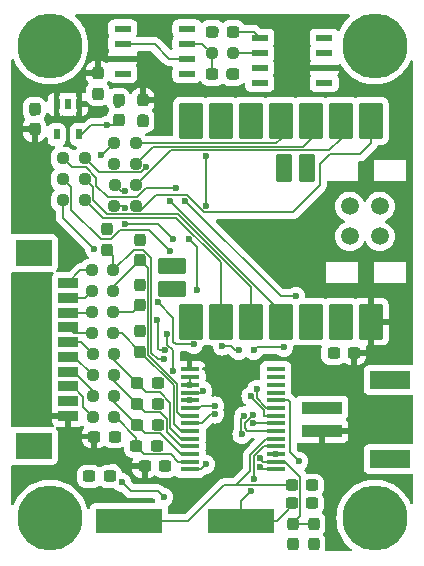
<source format=gbr>
%TF.GenerationSoftware,KiCad,Pcbnew,8.0.8*%
%TF.CreationDate,2025-04-15T16:19:57+05:30*%
%TF.ProjectId,STHDAQ_BX,53544844-4151-45f4-9258-2e6b69636164,rev?*%
%TF.SameCoordinates,Original*%
%TF.FileFunction,Copper,L1,Top*%
%TF.FilePolarity,Positive*%
%FSLAX46Y46*%
G04 Gerber Fmt 4.6, Leading zero omitted, Abs format (unit mm)*
G04 Created by KiCad (PCBNEW 8.0.8) date 2025-04-15 16:19:57*
%MOMM*%
%LPD*%
G01*
G04 APERTURE LIST*
G04 Aperture macros list*
%AMRoundRect*
0 Rectangle with rounded corners*
0 $1 Rounding radius*
0 $2 $3 $4 $5 $6 $7 $8 $9 X,Y pos of 4 corners*
0 Add a 4 corners polygon primitive as box body*
4,1,4,$2,$3,$4,$5,$6,$7,$8,$9,$2,$3,0*
0 Add four circle primitives for the rounded corners*
1,1,$1+$1,$2,$3*
1,1,$1+$1,$4,$5*
1,1,$1+$1,$6,$7*
1,1,$1+$1,$8,$9*
0 Add four rect primitives between the rounded corners*
20,1,$1+$1,$2,$3,$4,$5,0*
20,1,$1+$1,$4,$5,$6,$7,0*
20,1,$1+$1,$6,$7,$8,$9,0*
20,1,$1+$1,$8,$9,$2,$3,0*%
G04 Aperture macros list end*
%TA.AperFunction,SMDPad,CuDef*%
%ADD10R,0.508000X0.946899*%
%TD*%
%TA.AperFunction,SMDPad,CuDef*%
%ADD11RoundRect,0.237500X0.237500X-0.300000X0.237500X0.300000X-0.237500X0.300000X-0.237500X-0.300000X0*%
%TD*%
%TA.AperFunction,SMDPad,CuDef*%
%ADD12RoundRect,0.237500X-0.250000X-0.237500X0.250000X-0.237500X0.250000X0.237500X-0.250000X0.237500X0*%
%TD*%
%TA.AperFunction,SMDPad,CuDef*%
%ADD13RoundRect,0.237500X0.250000X0.237500X-0.250000X0.237500X-0.250000X-0.237500X0.250000X-0.237500X0*%
%TD*%
%TA.AperFunction,SMDPad,CuDef*%
%ADD14RoundRect,0.237500X-0.300000X-0.237500X0.300000X-0.237500X0.300000X0.237500X-0.300000X0.237500X0*%
%TD*%
%TA.AperFunction,SMDPad,CuDef*%
%ADD15RoundRect,0.237500X-0.237500X0.300000X-0.237500X-0.300000X0.237500X-0.300000X0.237500X0.300000X0*%
%TD*%
%TA.AperFunction,SMDPad,CuDef*%
%ADD16R,5.600000X2.100000*%
%TD*%
%TA.AperFunction,SMDPad,CuDef*%
%ADD17RoundRect,0.237500X0.300000X0.237500X-0.300000X0.237500X-0.300000X-0.237500X0.300000X-0.237500X0*%
%TD*%
%TA.AperFunction,ComponentPad*%
%ADD18C,3.600000*%
%TD*%
%TA.AperFunction,ConnectorPad*%
%ADD19C,5.500000*%
%TD*%
%TA.AperFunction,SMDPad,CuDef*%
%ADD20R,3.500000X1.000000*%
%TD*%
%TA.AperFunction,SMDPad,CuDef*%
%ADD21R,3.400000X1.500000*%
%TD*%
%TA.AperFunction,SMDPad,CuDef*%
%ADD22R,1.454899X0.558000*%
%TD*%
%TA.AperFunction,SMDPad,CuDef*%
%ADD23R,1.701800X0.812800*%
%TD*%
%TA.AperFunction,SMDPad,CuDef*%
%ADD24R,3.098800X2.209800*%
%TD*%
%TA.AperFunction,SMDPad,CuDef*%
%ADD25RoundRect,0.030000X-0.970000X1.470000X-0.970000X-1.470000X0.970000X-1.470000X0.970000X1.470000X0*%
%TD*%
%TA.AperFunction,SMDPad,CuDef*%
%ADD26RoundRect,0.026000X-0.624000X1.124000X-0.624000X-1.124000X0.624000X-1.124000X0.624000X1.124000X0*%
%TD*%
%TA.AperFunction,SMDPad,CuDef*%
%ADD27RoundRect,0.026000X-1.124000X0.624000X-1.124000X-0.624000X1.124000X-0.624000X1.124000X0.624000X0*%
%TD*%
%TA.AperFunction,SMDPad,CuDef*%
%ADD28C,1.500000*%
%TD*%
%TA.AperFunction,SMDPad,CuDef*%
%ADD29R,1.639799X0.431000*%
%TD*%
%TA.AperFunction,ViaPad*%
%ADD30C,0.600000*%
%TD*%
%TA.AperFunction,Conductor*%
%ADD31C,0.200000*%
%TD*%
G04 APERTURE END LIST*
D10*
%TO.P,U2,1,VIN*%
%TO.N,5BVCC*%
X176464001Y-89150449D03*
%TO.P,U2,2,GND*%
%TO.N,Earth*%
X175514000Y-89150449D03*
%TO.P,U2,3,EN*%
%TO.N,5BVCC*%
X174563999Y-89150449D03*
%TO.P,U2,4,NC*%
%TO.N,unconnected-(U2-NC-Pad4)*%
X174563999Y-91697551D03*
%TO.P,U2,5,VOUT*%
%TO.N,REF3.3*%
X176464001Y-91697551D03*
%TD*%
D11*
%TO.P,C15,1*%
%TO.N,/S1-*%
X181610000Y-102362000D03*
%TO.P,C15,2*%
%TO.N,Earth*%
X181610000Y-100637000D03*
%TD*%
D12*
%TO.P,R13,1*%
%TO.N,/RESET*%
X179427500Y-92456000D03*
%TO.P,R13,2*%
%TO.N,Net-(U5-A3{slash}D3)*%
X181252500Y-92456000D03*
%TD*%
%TO.P,R8,1*%
%TO.N,Net-(J1-Pad6)*%
X177631000Y-112104000D03*
%TO.P,R8,2*%
%TO.N,/S3-*%
X179456000Y-112104000D03*
%TD*%
D13*
%TO.P,R1,1*%
%TO.N,Net-(U4-VOUT)*%
X189534000Y-84836000D03*
%TO.P,R1,2*%
%TO.N,Net-(U3-IN+)*%
X187709000Y-84836000D03*
%TD*%
D14*
%TO.P,C9,1*%
%TO.N,Earth*%
X198019500Y-110236000D03*
%TO.P,C9,2*%
%TO.N,5BVCC*%
X199744500Y-110236000D03*
%TD*%
D15*
%TO.P,C1,1*%
%TO.N,Earth*%
X172702000Y-89547500D03*
%TO.P,C1,2*%
%TO.N,5BVCC*%
X172702000Y-91272500D03*
%TD*%
D16*
%TO.P,Y1,1*%
%TO.N,/XTAL2*%
X190170000Y-124460000D03*
%TO.P,Y1,2*%
%TO.N,/XTAL1*%
X180670000Y-124460000D03*
%TD*%
D11*
%TO.P,C7,1*%
%TO.N,Earth*%
X178054000Y-88238500D03*
%TO.P,C7,2*%
%TO.N,5BVCC*%
X178054000Y-86513500D03*
%TD*%
D17*
%TO.P,C8,1*%
%TO.N,Earth*%
X183742500Y-119787500D03*
%TO.P,C8,2*%
%TO.N,5BVCC*%
X182017500Y-119787500D03*
%TD*%
D13*
%TO.P,R16,1*%
%TO.N,Net-(U5-D10{slash}MOSI)*%
X176934500Y-93726000D03*
%TO.P,R16,2*%
%TO.N,/DIN*%
X175109500Y-93726000D03*
%TD*%
D18*
%TO.P,H2,1*%
%TO.N,N/C*%
X174000000Y-84200000D03*
D19*
X174000000Y-84200000D03*
%TD*%
D20*
%TO.P,P1,1,1*%
%TO.N,5BVCC*%
X197023000Y-116824000D03*
%TO.P,P1,2,2*%
%TO.N,Earth*%
X197023000Y-114824000D03*
D21*
%TO.P,P1,P1*%
%TO.N,N/C*%
X202773000Y-119174000D03*
%TO.P,P1,P2*%
X202773000Y-112474000D03*
%TD*%
D18*
%TO.P,H4,1*%
%TO.N,N/C*%
X201500000Y-124200000D03*
D19*
X201500000Y-124200000D03*
%TD*%
D18*
%TO.P,H1,1*%
%TO.N,N/C*%
X201500000Y-84200000D03*
D19*
X201500000Y-84200000D03*
%TD*%
D11*
%TO.P,C3,1*%
%TO.N,Earth*%
X181864000Y-90524500D03*
%TO.P,C3,2*%
%TO.N,5BVCC*%
X181864000Y-88799500D03*
%TD*%
D22*
%TO.P,U3,1,NC*%
%TO.N,unconnected-(U3-NC-Pad1)*%
X185601348Y-86551500D03*
%TO.P,U3,2,IN-*%
%TO.N,REF2.5*%
X185601348Y-85281500D03*
%TO.P,U3,3,IN+*%
%TO.N,Net-(U3-IN+)*%
X185601348Y-84011500D03*
%TO.P,U3,4,V-*%
%TO.N,Earth*%
X185601348Y-82741500D03*
%TO.P,U3,5,NC*%
%TO.N,unconnected-(U3-NC-Pad5)*%
X180158652Y-82741500D03*
%TO.P,U3,6,OUTPUT*%
%TO.N,REF2.5*%
X180158652Y-84011500D03*
%TO.P,U3,7,V+*%
%TO.N,5BVCC*%
X180158652Y-85281500D03*
%TO.P,U3,8,NC*%
%TO.N,unconnected-(U3-NC-Pad8)*%
X180158652Y-86551500D03*
%TD*%
D23*
%TO.P,J1,1,1*%
%TO.N,Net-(J1-Pad1)*%
X175514000Y-104280000D03*
%TO.P,J1,2,2*%
%TO.N,Net-(J1-Pad2)*%
X175514000Y-105530000D03*
%TO.P,J1,3,3*%
%TO.N,Net-(J1-Pad3)*%
X175514000Y-106780000D03*
%TO.P,J1,4,4*%
%TO.N,Net-(J1-Pad4)*%
X175514000Y-108030000D03*
%TO.P,J1,5,5*%
%TO.N,Net-(J1-Pad5)*%
X175514000Y-109280000D03*
%TO.P,J1,6,6*%
%TO.N,Net-(J1-Pad6)*%
X175514000Y-110530000D03*
%TO.P,J1,7,7*%
%TO.N,Net-(J1-Pad7)*%
X175514000Y-111780000D03*
%TO.P,J1,8,8*%
%TO.N,Net-(J1-Pad8)*%
X175514000Y-113030000D03*
%TO.P,J1,9,9*%
%TO.N,Earth*%
X175514000Y-114280000D03*
%TO.P,J1,10,10*%
%TO.N,5BVCC*%
X175514000Y-115530000D03*
D24*
%TO.P,J1,11*%
%TO.N,N/C*%
X172614001Y-118080000D03*
%TO.P,J1,12*%
X172614001Y-101730000D03*
%TD*%
D17*
%TO.P,C23,1*%
%TO.N,Earth*%
X179486000Y-117274000D03*
%TO.P,C23,2*%
%TO.N,5BVCC*%
X177761000Y-117274000D03*
%TD*%
D14*
%TO.P,C21,1*%
%TO.N,/S4-*%
X181323000Y-118110000D03*
%TO.P,C21,2*%
%TO.N,Earth*%
X183048000Y-118110000D03*
%TD*%
D12*
%TO.P,R7,1*%
%TO.N,Net-(J1-Pad5)*%
X177631000Y-110282000D03*
%TO.P,R7,2*%
%TO.N,/S3+*%
X179456000Y-110282000D03*
%TD*%
D13*
%TO.P,R14,1*%
%TO.N,Net-(U5-D8{slash}SCK)*%
X176934500Y-97282000D03*
%TO.P,R14,2*%
%TO.N,/SCLK*%
X175109500Y-97282000D03*
%TD*%
D11*
%TO.P,C10,1*%
%TO.N,Earth*%
X194596000Y-126370500D03*
%TO.P,C10,2*%
%TO.N,REF3.3*%
X194596000Y-124645500D03*
%TD*%
%TO.P,C17,1*%
%TO.N,/S2-*%
X181610000Y-110082500D03*
%TO.P,C17,2*%
%TO.N,Earth*%
X181610000Y-108357500D03*
%TD*%
D18*
%TO.P,H3,1*%
%TO.N,N/C*%
X174000000Y-124200000D03*
D19*
X174000000Y-124200000D03*
%TD*%
D11*
%TO.P,C11,1*%
%TO.N,Earth*%
X196342000Y-126370500D03*
%TO.P,C11,2*%
%TO.N,REF3.3*%
X196342000Y-124645500D03*
%TD*%
D12*
%TO.P,R9,1*%
%TO.N,Net-(J1-Pad7)*%
X177631000Y-113882000D03*
%TO.P,R9,2*%
%TO.N,/S4+*%
X179456000Y-113882000D03*
%TD*%
D14*
%TO.P,C20,1*%
%TO.N,/S4+*%
X181409000Y-116332000D03*
%TO.P,C20,2*%
%TO.N,Earth*%
X183134000Y-116332000D03*
%TD*%
D25*
%TO.P,U5,0,A0/D0*%
%TO.N,Net-(U5-A0{slash}D0)*%
X201168000Y-90560000D03*
%TO.P,U5,1,A1/D1*%
%TO.N,Net-(U5-A1{slash}D1)*%
X198628000Y-90560000D03*
%TO.P,U5,2,A2/D2*%
%TO.N,Net-(U5-A2{slash}D2)*%
X196088000Y-90560000D03*
%TO.P,U5,3,A3/D3*%
%TO.N,Net-(U5-A3{slash}D3)*%
X193548000Y-90560000D03*
%TO.P,U5,3V3,3V3*%
%TO.N,unconnected-(U5-Pad3V3)*%
X196088000Y-107560000D03*
%TO.P,U5,4,A4/D4*%
%TO.N,unconnected-(U5-A4{slash}D4-Pad4)*%
X191008000Y-90560000D03*
%TO.P,U5,5,A5/D5*%
%TO.N,unconnected-(U5-A5{slash}D5-Pad5)*%
X188468000Y-90560000D03*
%TO.P,U5,6,D6/TX*%
%TO.N,unconnected-(U5-D6{slash}TX-Pad6)*%
X185928000Y-90560000D03*
%TO.P,U5,7,D7/RX*%
%TO.N,unconnected-(U5-D7{slash}RX-Pad7)*%
X185928000Y-107560000D03*
%TO.P,U5,8,D8/SCK*%
%TO.N,Net-(U5-D8{slash}SCK)*%
X188468000Y-107560000D03*
%TO.P,U5,9,D9/MISO*%
%TO.N,Net-(U5-D9{slash}MISO)*%
X191008000Y-107560000D03*
%TO.P,U5,10,D10/MOSI*%
%TO.N,Net-(U5-D10{slash}MOSI)*%
X193548000Y-107560000D03*
D26*
%TO.P,U5,BAT_N,BAT-*%
%TO.N,unconnected-(U5-BAT--PadBAT_N)*%
X195748000Y-94560000D03*
%TO.P,U5,BAT_P,BAT+*%
%TO.N,unconnected-(U5-BAT+-PadBAT_P)*%
X193848000Y-94560000D03*
D25*
%TO.P,U5,GND,GND*%
%TO.N,Earth*%
X198628000Y-107560000D03*
D27*
%TO.P,U5,NFC1,NFC1*%
%TO.N,unconnected-(U5-PadNFC1)*%
X184298000Y-102860000D03*
%TO.P,U5,NFC2,NFC2*%
%TO.N,unconnected-(U5-PadNFC2)*%
X184298000Y-104760000D03*
D28*
%TO.P,U5,TP1,GND__1*%
%TO.N,unconnected-(U5-GND__1-PadTP1)*%
X199398000Y-100330000D03*
%TO.P,U5,TP2,~{RST}*%
%TO.N,unconnected-(U5-~{RST}-PadTP2)*%
X199398000Y-97790000D03*
%TO.P,U5,TP3,CLK*%
%TO.N,unconnected-(U5-CLK-PadTP3)*%
X201938000Y-100330000D03*
%TO.P,U5,TP5,DIO*%
%TO.N,unconnected-(U5-DIO-PadTP5)*%
X201938000Y-97790000D03*
D25*
%TO.P,U5,VUSB,VUSB*%
%TO.N,5BVCC*%
X201168000Y-107560000D03*
%TD*%
D12*
%TO.P,R2,1*%
%TO.N,/DRDY*%
X179447500Y-97790000D03*
%TO.P,R2,2*%
%TO.N,Net-(U5-A0{slash}D0)*%
X181272500Y-97790000D03*
%TD*%
D13*
%TO.P,R15,1*%
%TO.N,Net-(U5-D9{slash}MISO)*%
X176934500Y-95504000D03*
%TO.P,R15,2*%
%TO.N,/DOUT*%
X175109500Y-95504000D03*
%TD*%
D14*
%TO.P,C6,1*%
%TO.N,Earth*%
X177345000Y-120650000D03*
%TO.P,C6,2*%
%TO.N,REF2.5*%
X179070000Y-120650000D03*
%TD*%
D12*
%TO.P,R3,1*%
%TO.N,Net-(J1-Pad1)*%
X177549000Y-103214000D03*
%TO.P,R3,2*%
%TO.N,/S1+*%
X179374000Y-103214000D03*
%TD*%
D11*
%TO.P,C16,1*%
%TO.N,/S2+*%
X181610000Y-106172000D03*
%TO.P,C16,2*%
%TO.N,Earth*%
X181610000Y-104447000D03*
%TD*%
D17*
%TO.P,C13,1*%
%TO.N,Earth*%
X196188500Y-122936000D03*
%TO.P,C13,2*%
%TO.N,/XTAL2*%
X194463500Y-122936000D03*
%TD*%
D12*
%TO.P,R4,1*%
%TO.N,Net-(J1-Pad2)*%
X177549000Y-104992000D03*
%TO.P,R4,2*%
%TO.N,/S1-*%
X179374000Y-104992000D03*
%TD*%
D14*
%TO.P,C18,1*%
%TO.N,/S3+*%
X181409000Y-112776000D03*
%TO.P,C18,2*%
%TO.N,Earth*%
X183134000Y-112776000D03*
%TD*%
D12*
%TO.P,R6,1*%
%TO.N,Net-(J1-Pad4)*%
X177549000Y-108548000D03*
%TO.P,R6,2*%
%TO.N,/S2-*%
X179374000Y-108548000D03*
%TD*%
%TO.P,R11,1*%
%TO.N,/CS*%
X179467500Y-96012000D03*
%TO.P,R11,2*%
%TO.N,Net-(U5-A1{slash}D1)*%
X181292500Y-96012000D03*
%TD*%
%TO.P,R5,1*%
%TO.N,Net-(J1-Pad3)*%
X177549000Y-106770000D03*
%TO.P,R5,2*%
%TO.N,/S2+*%
X179374000Y-106770000D03*
%TD*%
D11*
%TO.P,C14,1*%
%TO.N,/S1+*%
X178816000Y-101446500D03*
%TO.P,C14,2*%
%TO.N,Earth*%
X178816000Y-99721500D03*
%TD*%
D22*
%TO.P,U4,1,DNC*%
%TO.N,unconnected-(U4-DNC-Pad1)*%
X197212696Y-87336000D03*
%TO.P,U4,2,VIN*%
%TO.N,5BVCC*%
X197212696Y-86066000D03*
%TO.P,U4,3,TEMP*%
%TO.N,unconnected-(U4-TEMP-Pad3)*%
X197212696Y-84796000D03*
%TO.P,U4,4,GND*%
%TO.N,Earth*%
X197212696Y-83526000D03*
%TO.P,U4,5,TRIM/NR*%
%TO.N,Net-(U4-TRIM{slash}NR)*%
X191770000Y-83526000D03*
%TO.P,U4,6,VOUT*%
%TO.N,Net-(U4-VOUT)*%
X191770000Y-84796000D03*
%TO.P,U4,7,NC*%
%TO.N,unconnected-(U4-NC-Pad7)*%
X191770000Y-86066000D03*
%TO.P,U4,8,DNC*%
%TO.N,unconnected-(U4-DNC-Pad8)*%
X191770000Y-87336000D03*
%TD*%
D17*
%TO.P,C5,1*%
%TO.N,Earth*%
X189484000Y-86614000D03*
%TO.P,C5,2*%
%TO.N,Net-(U3-IN+)*%
X187759000Y-86614000D03*
%TD*%
%TO.P,C12,1*%
%TO.N,Earth*%
X196188500Y-121412000D03*
%TO.P,C12,2*%
%TO.N,/XTAL1*%
X194463500Y-121412000D03*
%TD*%
D12*
%TO.P,R12,1*%
%TO.N,/SYNC{slash}PDWN*%
X179427500Y-94234000D03*
%TO.P,R12,2*%
%TO.N,Net-(U5-A2{slash}D2)*%
X181252500Y-94234000D03*
%TD*%
D29*
%TO.P,U1,1,AVDD*%
%TO.N,5BVCC*%
X185851800Y-111599000D03*
%TO.P,U1,2,AGND*%
%TO.N,Earth*%
X185851800Y-112249001D03*
%TO.P,U1,3,VREFN*%
X185851800Y-112899000D03*
%TO.P,U1,4,VREFP*%
%TO.N,REF2.5*%
X185851800Y-113549001D03*
%TO.P,U1,5,AINCOM*%
%TO.N,Earth*%
X185851800Y-114198999D03*
%TO.P,U1,6,AIN0*%
%TO.N,/S1+*%
X185851800Y-114849001D03*
%TO.P,U1,7,AIN1*%
%TO.N,/S1-*%
X185851800Y-115498999D03*
%TO.P,U1,8,AIN2*%
%TO.N,/S2+*%
X185851800Y-116148998D03*
%TO.P,U1,9,AIN3*%
%TO.N,/S2-*%
X185851800Y-116798999D03*
%TO.P,U1,10,AIN4*%
%TO.N,/S3+*%
X185851800Y-117448998D03*
%TO.P,U1,11,AIN5*%
%TO.N,/S3-*%
X185851800Y-118098999D03*
%TO.P,U1,12,AIN6*%
%TO.N,/S4+*%
X185851800Y-118748998D03*
%TO.P,U1,13,AIN7*%
%TO.N,/S4-*%
X185851800Y-119398999D03*
%TO.P,U1,14,\u002ASYNC/\u002APDWN*%
%TO.N,/SYNC{slash}PDWN*%
X185851800Y-120048998D03*
%TO.P,U1,15,\u002ARESET*%
%TO.N,/RESET*%
X193116200Y-120049000D03*
%TO.P,U1,16,DVDD*%
%TO.N,REF3.3*%
X193116200Y-119398999D03*
%TO.P,U1,17,DGND*%
%TO.N,Earth*%
X193116200Y-118749000D03*
%TO.P,U1,18,XTAL2*%
%TO.N,/XTAL2*%
X193116200Y-118098999D03*
%TO.P,U1,19,XTAL1/CLKIN*%
%TO.N,/XTAL1*%
X193116200Y-117449001D03*
%TO.P,U1,20,\u002ACS*%
%TO.N,/CS*%
X193116200Y-116798999D03*
%TO.P,U1,21,\u002ADRDY*%
%TO.N,/DRDY*%
X193116200Y-116149001D03*
%TO.P,U1,22,DOUT*%
%TO.N,/DOUT*%
X193116200Y-115498999D03*
%TO.P,U1,23,DIN*%
%TO.N,/DIN*%
X193116200Y-114849001D03*
%TO.P,U1,24,SCLK*%
%TO.N,/SCLK*%
X193116200Y-114198999D03*
%TO.P,U1,25,D0/CLKOUT*%
%TO.N,unconnected-(U1-D0{slash}CLKOUT-Pad25)*%
X193116200Y-113549001D03*
%TO.P,U1,26,D1*%
%TO.N,unconnected-(U1-D1-Pad26)*%
X193116200Y-112899000D03*
%TO.P,U1,27,D2*%
%TO.N,unconnected-(U1-D2-Pad27)*%
X193116200Y-112249001D03*
%TO.P,U1,28,D3*%
%TO.N,unconnected-(U1-D3-Pad28)*%
X193116200Y-111599000D03*
%TD*%
D15*
%TO.P,C2,1*%
%TO.N,Earth*%
X179814000Y-88785500D03*
%TO.P,C2,2*%
%TO.N,REF3.3*%
X179814000Y-90510500D03*
%TD*%
D12*
%TO.P,R10,1*%
%TO.N,Net-(J1-Pad8)*%
X177631000Y-115660000D03*
%TO.P,R10,2*%
%TO.N,/S4-*%
X179456000Y-115660000D03*
%TD*%
D14*
%TO.P,C4,1*%
%TO.N,Earth*%
X187759000Y-82998000D03*
%TO.P,C4,2*%
%TO.N,Net-(U4-TRIM{slash}NR)*%
X189484000Y-82998000D03*
%TD*%
%TO.P,C19,1*%
%TO.N,/S3-*%
X181409000Y-114554000D03*
%TO.P,C19,2*%
%TO.N,Earth*%
X183134000Y-114554000D03*
%TD*%
D30*
%TO.N,Earth*%
X175496000Y-89140000D03*
X177345000Y-120650000D03*
X179764000Y-89168000D03*
X175514000Y-114280000D03*
X181610000Y-108357500D03*
X183134000Y-114554000D03*
X198660000Y-107560000D03*
X198019500Y-110194000D03*
X181610000Y-100637000D03*
X183048000Y-118110000D03*
X193116200Y-118749000D03*
X179223500Y-117184000D03*
X181610000Y-104447000D03*
X183134000Y-116332000D03*
X189141500Y-86614000D03*
X197190000Y-83566000D03*
X196188500Y-121412000D03*
X181854000Y-90182000D03*
X185601348Y-82741500D03*
X196188500Y-122936000D03*
X196342000Y-126370500D03*
X178054000Y-88238500D03*
X178816000Y-99721500D03*
X188031500Y-82968000D03*
X183742500Y-119787500D03*
X185851800Y-114198999D03*
X183134000Y-112776000D03*
X197196000Y-114824000D03*
X194596000Y-126370500D03*
X185851800Y-112899000D03*
X172612000Y-89860000D03*
%TO.N,REF3.3*%
X178816000Y-90935551D03*
X191773204Y-119129204D03*
%TO.N,REF2.5*%
X185743314Y-100514686D03*
X187245107Y-97750892D03*
X187198000Y-93556000D03*
X186436000Y-104902000D03*
X179296554Y-120423446D03*
X184411436Y-111752564D03*
X183942000Y-108625976D03*
X185601348Y-85281500D03*
X186952000Y-113399861D03*
%TO.N,/XTAL2*%
X191262000Y-120904000D03*
X191008000Y-121920000D03*
%TO.N,/S1+*%
X183642000Y-110744000D03*
X187952000Y-114679073D03*
%TO.N,/S2+*%
X183725736Y-109982000D03*
X183085000Y-107442000D03*
X181610000Y-106172000D03*
X187952000Y-115379076D03*
%TO.N,/DRDY*%
X191224000Y-116149001D03*
X180385000Y-97950077D03*
%TO.N,/CS*%
X180340000Y-96520000D03*
X186182000Y-109474000D03*
X183134000Y-105918000D03*
X191196436Y-115449543D03*
%TO.N,/SYNC{slash}PDWN*%
X190413230Y-115525642D03*
X190246000Y-117094000D03*
X187198000Y-119634000D03*
X179427500Y-94234000D03*
%TO.N,/RESET*%
X178308000Y-93472000D03*
X191770000Y-119888000D03*
X184431446Y-100556554D03*
X180340000Y-99314000D03*
%TO.N,/SCLK*%
X183642000Y-122428000D03*
X180086000Y-121158000D03*
X177761492Y-101384508D03*
X195072000Y-119380000D03*
%TO.N,/DOUT*%
X189992000Y-109982000D03*
X191016001Y-113854894D03*
X184150000Y-101600000D03*
X188581277Y-109614723D03*
%TO.N,/DIN*%
X193802000Y-109728000D03*
X184658000Y-96266000D03*
X191262000Y-109982000D03*
X191516000Y-113284000D03*
X185420000Y-97340000D03*
X194818000Y-105410000D03*
%TO.N,Net-(U5-D10{slash}MOSI)*%
X184150000Y-97340000D03*
X182140000Y-94457394D03*
%TD*%
D31*
%TO.N,Earth*%
X185851800Y-112249001D02*
X185851800Y-112899000D01*
%TO.N,REF3.3*%
X177480001Y-90935551D02*
X178816000Y-90935551D01*
X193116200Y-119398999D02*
X192042999Y-119398999D01*
X193116200Y-119398999D02*
X193901598Y-119398999D01*
X179388949Y-90935551D02*
X179814000Y-90510500D01*
X195201000Y-124040500D02*
X194596000Y-124645500D01*
X195201000Y-120698401D02*
X195201000Y-124040500D01*
X196342000Y-124645500D02*
X194596000Y-124645500D01*
X192042999Y-119398999D02*
X191773204Y-119129204D01*
X176718001Y-91697551D02*
X177480001Y-90935551D01*
X178816000Y-90935551D02*
X179388949Y-90935551D01*
X193901598Y-119398999D02*
X195201000Y-120698401D01*
%TO.N,Net-(U4-TRIM{slash}NR)*%
X191242000Y-82998000D02*
X191770000Y-83526000D01*
X189484000Y-82998000D02*
X191242000Y-82998000D01*
%TO.N,Net-(U3-IN+)*%
X187709000Y-84836000D02*
X186884500Y-84011500D01*
X187759000Y-84886000D02*
X187709000Y-84836000D01*
X187759000Y-86614000D02*
X187759000Y-84886000D01*
X186884500Y-84011500D02*
X185601348Y-84011500D01*
%TO.N,REF2.5*%
X178916500Y-120803500D02*
X178916500Y-120904000D01*
X187245107Y-97750892D02*
X187245107Y-93603107D01*
X184411436Y-109960593D02*
X184411436Y-111752564D01*
X182880000Y-84074000D02*
X184087500Y-85281500D01*
X186952000Y-113399861D02*
X186802860Y-113549001D01*
X180158652Y-84011500D02*
X180607101Y-84011500D01*
X179070000Y-120650000D02*
X178916500Y-120803500D01*
X187245107Y-93603107D02*
X187198000Y-93556000D01*
X186802860Y-113549001D02*
X185851800Y-113549001D01*
X183942000Y-108625976D02*
X183942000Y-109491157D01*
X185743314Y-100514686D02*
X186436000Y-101207372D01*
X184087500Y-85281500D02*
X185601348Y-85281500D01*
X186436000Y-101207372D02*
X186436000Y-104902000D01*
X180669601Y-84074000D02*
X182880000Y-84074000D01*
X180607101Y-84011500D02*
X180669601Y-84074000D01*
X183942000Y-109491157D02*
X184411436Y-109960593D01*
X179296554Y-120423446D02*
X179070000Y-120650000D01*
%TO.N,/XTAL1*%
X185674000Y-124460000D02*
X180670000Y-124460000D01*
X180670000Y-124460000D02*
X180670000Y-124206000D01*
X188722000Y-121412000D02*
X185674000Y-124460000D01*
X190962000Y-120188000D02*
X190962000Y-118809036D01*
X194463500Y-121412000D02*
X188722000Y-121412000D01*
X189738000Y-121412000D02*
X190962000Y-120188000D01*
X194463500Y-121412000D02*
X194209500Y-121666000D01*
X192322035Y-117449001D02*
X193116200Y-117449001D01*
X190962000Y-118809036D02*
X192322035Y-117449001D01*
%TO.N,/XTAL2*%
X193193500Y-124460000D02*
X190170000Y-124460000D01*
X194209500Y-123444000D02*
X193193500Y-124460000D01*
X192096301Y-118098999D02*
X193116200Y-118098999D01*
X191262000Y-118933300D02*
X192096301Y-118098999D01*
X190932000Y-123698000D02*
X190170000Y-124460000D01*
X190170000Y-124460000D02*
X190170000Y-122758000D01*
X191262000Y-120904000D02*
X191262000Y-118933300D01*
X190170000Y-122758000D02*
X191008000Y-121920000D01*
%TO.N,/S1+*%
X182585000Y-102174200D02*
X181857300Y-101446500D01*
X187952000Y-114679073D02*
X186807125Y-114679073D01*
X181141500Y-101446500D02*
X179374000Y-103214000D01*
X182585000Y-110208972D02*
X182585000Y-102174200D01*
X179374000Y-102004500D02*
X178816000Y-101446500D01*
X181857300Y-101446500D02*
X181141500Y-101446500D01*
X179374000Y-103214000D02*
X179374000Y-102004500D01*
X186807125Y-114679073D02*
X186637197Y-114849001D01*
X186637197Y-114849001D02*
X185851800Y-114849001D01*
X183120028Y-110744000D02*
X182585000Y-110208972D01*
X183642000Y-110744000D02*
X183120028Y-110744000D01*
%TO.N,/S1-*%
X185066399Y-115498999D02*
X184771500Y-115204100D01*
X184771500Y-112819736D02*
X182285000Y-110333236D01*
X181610000Y-102362000D02*
X179374000Y-104598000D01*
X182285000Y-110333236D02*
X182285000Y-103037000D01*
X184771500Y-115204100D02*
X184771500Y-112819736D01*
X179374000Y-104598000D02*
X179374000Y-104992000D01*
X185851800Y-115498999D02*
X185066399Y-115498999D01*
X182285000Y-103037000D02*
X181610000Y-102362000D01*
%TO.N,/S2+*%
X183134000Y-109826000D02*
X183134000Y-107491000D01*
X183725736Y-109982000D02*
X183290000Y-109982000D01*
X187641621Y-115379076D02*
X186871699Y-116148998D01*
X187952000Y-115379076D02*
X187641621Y-115379076D01*
X179374000Y-106770000D02*
X181012000Y-106770000D01*
X183134000Y-107491000D02*
X183085000Y-107442000D01*
X183290000Y-109982000D02*
X183134000Y-109826000D01*
X181012000Y-106770000D02*
X181610000Y-106172000D01*
X186871699Y-116148998D02*
X185851800Y-116148998D01*
%TO.N,/S2-*%
X185066402Y-116798999D02*
X184471500Y-116204097D01*
X179374000Y-108548000D02*
X180075500Y-108548000D01*
X184471500Y-112944000D02*
X181610000Y-110082500D01*
X185851800Y-116798999D02*
X185066402Y-116798999D01*
X180075500Y-108548000D02*
X181610000Y-110082500D01*
X184471500Y-116204097D02*
X184471500Y-112944000D01*
%TO.N,/S3+*%
X179456000Y-110823000D02*
X181409000Y-112776000D01*
X184171500Y-116554098D02*
X184171500Y-114428700D01*
X183280800Y-113538000D02*
X182171000Y-113538000D01*
X179456000Y-110282000D02*
X179456000Y-110823000D01*
X185851800Y-117448998D02*
X185066400Y-117448998D01*
X185066400Y-117448998D02*
X184171500Y-116554098D01*
X182171000Y-113538000D02*
X181409000Y-112776000D01*
X184171500Y-114428700D02*
X183280800Y-113538000D01*
%TO.N,/S3-*%
X183301000Y-115229000D02*
X182084000Y-115229000D01*
X179456000Y-112104000D02*
X179456000Y-112601000D01*
X183871500Y-116904097D02*
X183871500Y-115799500D01*
X182084000Y-115229000D02*
X181409000Y-114554000D01*
X185851800Y-118098999D02*
X185066402Y-118098999D01*
X183871500Y-115799500D02*
X183301000Y-115229000D01*
X179456000Y-112601000D02*
X181409000Y-114554000D01*
X185066402Y-118098999D02*
X183871500Y-116904097D01*
%TO.N,/S4+*%
X185066400Y-118748998D02*
X183324402Y-117007000D01*
X185851800Y-118748998D02*
X185066400Y-118748998D01*
X183324402Y-117007000D02*
X182084000Y-117007000D01*
X182084000Y-117007000D02*
X181409000Y-116332000D01*
X179456000Y-113882000D02*
X179456000Y-114379000D01*
X179456000Y-114379000D02*
X181409000Y-116332000D01*
%TO.N,/S4-*%
X184831901Y-119398999D02*
X184217902Y-118785000D01*
X181323000Y-117408800D02*
X181323000Y-118110000D01*
X184217902Y-118785000D02*
X181998000Y-118785000D01*
X181998000Y-118785000D02*
X181323000Y-118110000D01*
X179456000Y-115660000D02*
X179574200Y-115660000D01*
X185851800Y-119398999D02*
X184831901Y-119398999D01*
X179574200Y-115660000D02*
X181323000Y-117408800D01*
%TO.N,Net-(J1-Pad3)*%
X175514000Y-106780000D02*
X177539000Y-106780000D01*
X177539000Y-106780000D02*
X177549000Y-106770000D01*
%TO.N,Net-(J1-Pad4)*%
X176032000Y-108548000D02*
X175514000Y-108030000D01*
X177549000Y-108548000D02*
X176032000Y-108548000D01*
%TO.N,Net-(J1-Pad5)*%
X176629000Y-109280000D02*
X175514000Y-109280000D01*
X177631000Y-110282000D02*
X176629000Y-109280000D01*
%TO.N,Net-(J1-Pad1)*%
X176580000Y-103214000D02*
X177549000Y-103214000D01*
X175514000Y-104280000D02*
X176580000Y-103214000D01*
%TO.N,Net-(J1-Pad6)*%
X176057000Y-110530000D02*
X175514000Y-110530000D01*
X177631000Y-112104000D02*
X176057000Y-110530000D01*
%TO.N,Net-(J1-Pad7)*%
X177631000Y-113882000D02*
X177631000Y-113407000D01*
X177631000Y-113407000D02*
X176004000Y-111780000D01*
X176004000Y-111780000D02*
X175514000Y-111780000D01*
%TO.N,Net-(J1-Pad8)*%
X176784000Y-113892700D02*
X175921300Y-113030000D01*
X177631000Y-115660000D02*
X176784000Y-114813000D01*
X176784000Y-114813000D02*
X176784000Y-113892700D01*
X175921300Y-113030000D02*
X175514000Y-113030000D01*
%TO.N,Net-(J1-Pad2)*%
X175514000Y-105530000D02*
X177011000Y-105530000D01*
X177011000Y-105530000D02*
X177549000Y-104992000D01*
%TO.N,Net-(U4-VOUT)*%
X191730000Y-84836000D02*
X191770000Y-84796000D01*
X189534000Y-84836000D02*
X191730000Y-84836000D01*
%TO.N,Net-(U5-A0{slash}D0)*%
X200268000Y-93356000D02*
X201168000Y-92456000D01*
X187085107Y-98298000D02*
X194564000Y-98298000D01*
X181272500Y-97790000D02*
X181647500Y-98165000D01*
X196850000Y-96012000D02*
X196850000Y-94234000D01*
X182972500Y-96840000D02*
X185627107Y-96840000D01*
X181647500Y-98165000D02*
X182972500Y-96840000D01*
X201168000Y-92456000D02*
X201168000Y-90560000D01*
X197728000Y-93356000D02*
X200268000Y-93356000D01*
X185627107Y-96840000D02*
X187085107Y-98298000D01*
X194564000Y-98298000D02*
X196850000Y-96012000D01*
X196850000Y-94234000D02*
X197728000Y-93356000D01*
%TO.N,/DRDY*%
X179447500Y-97790000D02*
X180224923Y-97790000D01*
X191224000Y-116149001D02*
X193116200Y-116149001D01*
X180224923Y-97790000D02*
X180385000Y-97950077D01*
%TO.N,Net-(U5-A1{slash}D1)*%
X198628000Y-92059999D02*
X198628000Y-90560000D01*
X184248500Y-93056000D02*
X197631999Y-93056000D01*
X197631999Y-93056000D02*
X198628000Y-92059999D01*
X181292500Y-96012000D02*
X184248500Y-93056000D01*
%TO.N,/CS*%
X180340000Y-96520000D02*
X179975500Y-96520000D01*
X186182000Y-109474000D02*
X184658000Y-109474000D01*
X184442000Y-107226000D02*
X183134000Y-105918000D01*
X190712999Y-116798999D02*
X193116200Y-116798999D01*
X191196436Y-115449543D02*
X190500000Y-116145979D01*
X190500000Y-116586000D02*
X190712999Y-116798999D01*
X184442000Y-109258000D02*
X184442000Y-107226000D01*
X179975500Y-96520000D02*
X179467500Y-96012000D01*
X184658000Y-109474000D02*
X184442000Y-109258000D01*
X190500000Y-116145979D02*
X190500000Y-116586000D01*
%TO.N,/SYNC{slash}PDWN*%
X190200000Y-117048000D02*
X190200000Y-115738872D01*
X186783002Y-120048998D02*
X187198000Y-119634000D01*
X190200000Y-115738872D02*
X190413230Y-115525642D01*
X190246000Y-117094000D02*
X190200000Y-117048000D01*
X185851800Y-120048998D02*
X186783002Y-120048998D01*
%TO.N,Net-(U5-A2{slash}D2)*%
X195391999Y-92756000D02*
X196088000Y-92059999D01*
X196088000Y-92059999D02*
X196088000Y-90560000D01*
X182730500Y-92756000D02*
X195391999Y-92756000D01*
X181252500Y-94234000D02*
X182730500Y-92756000D01*
%TO.N,Net-(U5-A3{slash}D3)*%
X193151999Y-92456000D02*
X193548000Y-92059999D01*
X181252500Y-92456000D02*
X193151999Y-92456000D01*
X193548000Y-92059999D02*
X193548000Y-90560000D01*
%TO.N,/RESET*%
X178411500Y-93472000D02*
X179427500Y-92456000D01*
X184431446Y-100556554D02*
X183188892Y-99314000D01*
X183188892Y-99314000D02*
X180340000Y-99314000D01*
X193116200Y-120049000D02*
X191931000Y-120049000D01*
X178308000Y-93472000D02*
X178411500Y-93472000D01*
X191931000Y-120049000D02*
X191770000Y-119888000D01*
%TO.N,Net-(U5-D8{slash}SCK)*%
X188468000Y-102532264D02*
X184700736Y-98765000D01*
X184700736Y-98765000D02*
X178469250Y-98765000D01*
X178469250Y-98765000D02*
X176986250Y-97282000D01*
X176986250Y-97282000D02*
X176934500Y-97282000D01*
X188468000Y-107560000D02*
X188468000Y-102532264D01*
%TO.N,/SCLK*%
X183642000Y-122428000D02*
X183134000Y-121920000D01*
X194310000Y-114372900D02*
X194136099Y-114198999D01*
X177761492Y-101384507D02*
X175109500Y-98732515D01*
X183134000Y-121920000D02*
X180848000Y-121920000D01*
X194310000Y-118618000D02*
X194310000Y-114372900D01*
X175109500Y-98732515D02*
X175109500Y-97282000D01*
X195072000Y-119380000D02*
X194310000Y-118618000D01*
X177761492Y-101384508D02*
X177761492Y-101384507D01*
X180848000Y-121920000D02*
X180086000Y-121158000D01*
X194136099Y-114198999D02*
X193116200Y-114198999D01*
%TO.N,Net-(U5-D9{slash}MISO)*%
X191008000Y-104648000D02*
X184825000Y-98465000D01*
X177622000Y-97282000D02*
X177622000Y-96191500D01*
X177622000Y-96191500D02*
X176934500Y-95504000D01*
X178805000Y-98465000D02*
X177622000Y-97282000D01*
X191008000Y-107560000D02*
X191008000Y-104648000D01*
X184825000Y-98465000D02*
X178805000Y-98465000D01*
%TO.N,/DOUT*%
X175797000Y-98073000D02*
X175797000Y-96191500D01*
X175797000Y-96191500D02*
X175109500Y-95504000D01*
X192095001Y-115498999D02*
X192095001Y-115037463D01*
X179957000Y-99822000D02*
X179195000Y-100584000D01*
X189665892Y-109982000D02*
X189298615Y-109614723D01*
X192095001Y-115037463D02*
X191008000Y-113950462D01*
X184150000Y-101600000D02*
X182372000Y-99822000D01*
X182372000Y-99822000D02*
X179957000Y-99822000D01*
X179195000Y-100584000D02*
X178308000Y-100584000D01*
X191008000Y-113950462D02*
X191008000Y-113846893D01*
X189298615Y-109614723D02*
X188581277Y-109614723D01*
X191008000Y-113846893D02*
X191016001Y-113854894D01*
X189992000Y-109982000D02*
X189665892Y-109982000D01*
X193116200Y-115498999D02*
X192095001Y-115498999D01*
X178308000Y-100584000D02*
X175797000Y-98073000D01*
%TO.N,/DIN*%
X177922000Y-95378700D02*
X177031300Y-94488000D01*
X193116200Y-114849001D02*
X192330803Y-114849001D01*
X175871500Y-94488000D02*
X175109500Y-93726000D01*
X193548000Y-105410000D02*
X185478000Y-97340000D01*
X185478000Y-97340000D02*
X185420000Y-97340000D01*
X182151300Y-96266000D02*
X181397300Y-97020000D01*
X184658000Y-96266000D02*
X182151300Y-96266000D01*
X193802000Y-109728000D02*
X191516000Y-109728000D01*
X194818000Y-105410000D02*
X193548000Y-105410000D01*
X177922000Y-96067236D02*
X177922000Y-95378700D01*
X177031300Y-94488000D02*
X175871500Y-94488000D01*
X178874764Y-97020000D02*
X177922000Y-96067236D01*
X191516000Y-109728000D02*
X191262000Y-109982000D01*
X181397300Y-97020000D02*
X178874764Y-97020000D01*
X192330803Y-114849001D02*
X191516000Y-114034198D01*
X191516000Y-114034198D02*
X191516000Y-113284000D01*
%TO.N,Net-(U5-D10{slash}MOSI)*%
X193548000Y-107560000D02*
X193548000Y-106738000D01*
X182140000Y-94457394D02*
X182140000Y-94459300D01*
X181690300Y-94909000D02*
X178117500Y-94909000D01*
X193548000Y-106738000D02*
X184150000Y-97340000D01*
X182140000Y-94459300D02*
X181690300Y-94909000D01*
X178117500Y-94909000D02*
X176934500Y-93726000D01*
%TD*%
%TA.AperFunction,Conductor*%
%TO.N,5BVCC*%
G36*
X199351574Y-81546185D02*
G01*
X199397329Y-81598989D01*
X199407273Y-81668147D01*
X199378248Y-81731703D01*
X199369810Y-81740523D01*
X199136685Y-81961350D01*
X198908505Y-82229983D01*
X198908498Y-82229993D01*
X198710695Y-82521730D01*
X198545597Y-82833137D01*
X198545586Y-82833160D01*
X198526721Y-82880507D01*
X198483620Y-82935498D01*
X198417630Y-82958458D01*
X198349704Y-82942096D01*
X198312264Y-82908919D01*
X198297692Y-82889454D01*
X198297690Y-82889453D01*
X198297690Y-82889452D01*
X198182481Y-82803206D01*
X198182474Y-82803202D01*
X198047628Y-82752908D01*
X198047629Y-82752908D01*
X197988029Y-82746501D01*
X197988027Y-82746500D01*
X197988019Y-82746500D01*
X197988010Y-82746500D01*
X196437375Y-82746500D01*
X196437369Y-82746501D01*
X196377762Y-82752908D01*
X196242917Y-82803202D01*
X196242910Y-82803206D01*
X196127701Y-82889452D01*
X196127698Y-82889455D01*
X196041452Y-83004664D01*
X196041448Y-83004671D01*
X195991156Y-83139513D01*
X195991155Y-83139517D01*
X195984746Y-83199127D01*
X195984746Y-83199134D01*
X195984746Y-83199135D01*
X195984746Y-83852870D01*
X195984747Y-83852876D01*
X195991154Y-83912483D01*
X196041448Y-84047328D01*
X196041452Y-84047334D01*
X196070913Y-84086690D01*
X196095330Y-84152154D01*
X196080478Y-84220427D01*
X196070913Y-84235310D01*
X196041452Y-84274665D01*
X196041448Y-84274671D01*
X195992580Y-84405696D01*
X195991155Y-84409517D01*
X195984746Y-84469127D01*
X195984746Y-84469134D01*
X195984746Y-84469135D01*
X195984746Y-85122870D01*
X195984747Y-85122876D01*
X195991154Y-85182483D01*
X196041448Y-85317328D01*
X196041449Y-85317330D01*
X196071225Y-85357105D01*
X196095642Y-85422569D01*
X196080791Y-85490842D01*
X196071226Y-85505725D01*
X196041894Y-85544907D01*
X196041891Y-85544913D01*
X195991649Y-85679620D01*
X195991647Y-85679627D01*
X195985246Y-85739155D01*
X195985246Y-85816000D01*
X198440146Y-85816000D01*
X198476465Y-85779681D01*
X198479379Y-85782595D01*
X198512635Y-85753780D01*
X198581793Y-85743836D01*
X198645349Y-85772861D01*
X198673700Y-85808490D01*
X198710695Y-85878269D01*
X198905114Y-86165016D01*
X198908498Y-86170006D01*
X198908505Y-86170016D01*
X199136685Y-86438649D01*
X199136686Y-86438650D01*
X199392580Y-86681046D01*
X199392587Y-86681051D01*
X199392589Y-86681053D01*
X199430468Y-86709848D01*
X199673182Y-86894354D01*
X199975202Y-87076074D01*
X199975206Y-87076075D01*
X199975210Y-87076078D01*
X200295088Y-87224070D01*
X200295092Y-87224070D01*
X200295099Y-87224074D01*
X200629122Y-87336619D01*
X200973355Y-87412391D01*
X201323763Y-87450500D01*
X201323769Y-87450500D01*
X201676231Y-87450500D01*
X201676237Y-87450500D01*
X202026645Y-87412391D01*
X202370878Y-87336619D01*
X202704901Y-87224074D01*
X202704908Y-87224070D01*
X202704911Y-87224070D01*
X203024789Y-87076078D01*
X203024798Y-87076074D01*
X203326818Y-86894354D01*
X203607420Y-86681046D01*
X203863314Y-86438650D01*
X204091501Y-86170008D01*
X204289305Y-85878269D01*
X204454407Y-85566854D01*
X204492307Y-85471731D01*
X204535407Y-85416740D01*
X204601396Y-85393779D01*
X204669323Y-85410140D01*
X204717622Y-85460628D01*
X204731500Y-85517629D01*
X204731500Y-111108878D01*
X204711815Y-111175917D01*
X204659011Y-111221672D01*
X204589853Y-111231616D01*
X204581332Y-111230000D01*
X204520883Y-111223501D01*
X204520881Y-111223500D01*
X204520873Y-111223500D01*
X204520864Y-111223500D01*
X201025129Y-111223500D01*
X201025123Y-111223501D01*
X200965516Y-111229908D01*
X200830671Y-111280202D01*
X200830664Y-111280206D01*
X200715455Y-111366452D01*
X200715452Y-111366455D01*
X200629206Y-111481664D01*
X200629202Y-111481671D01*
X200578908Y-111616517D01*
X200572501Y-111676116D01*
X200572500Y-111676135D01*
X200572500Y-113271870D01*
X200572501Y-113271876D01*
X200578908Y-113331483D01*
X200629202Y-113466328D01*
X200629206Y-113466335D01*
X200715452Y-113581544D01*
X200715455Y-113581547D01*
X200830664Y-113667793D01*
X200830671Y-113667797D01*
X200965517Y-113718091D01*
X200965516Y-113718091D01*
X200969135Y-113718480D01*
X201025127Y-113724500D01*
X204520872Y-113724499D01*
X204580483Y-113718091D01*
X204580482Y-113718091D01*
X204588196Y-113717262D01*
X204588377Y-113718949D01*
X204648751Y-113722185D01*
X204705424Y-113763050D01*
X204731006Y-113828068D01*
X204731500Y-113839122D01*
X204731500Y-117808878D01*
X204711815Y-117875917D01*
X204659011Y-117921672D01*
X204589853Y-117931616D01*
X204581332Y-117930000D01*
X204520883Y-117923501D01*
X204520881Y-117923500D01*
X204520873Y-117923500D01*
X204520864Y-117923500D01*
X201025129Y-117923500D01*
X201025123Y-117923501D01*
X200965516Y-117929908D01*
X200830671Y-117980202D01*
X200830664Y-117980206D01*
X200715455Y-118066452D01*
X200715452Y-118066455D01*
X200629206Y-118181664D01*
X200629202Y-118181671D01*
X200578908Y-118316517D01*
X200572501Y-118376116D01*
X200572500Y-118376135D01*
X200572500Y-119971870D01*
X200572501Y-119971876D01*
X200578908Y-120031483D01*
X200629202Y-120166328D01*
X200629206Y-120166335D01*
X200715452Y-120281544D01*
X200715455Y-120281547D01*
X200830664Y-120367793D01*
X200830671Y-120367797D01*
X200965517Y-120418091D01*
X200965516Y-120418091D01*
X200972444Y-120418835D01*
X201025127Y-120424500D01*
X204520872Y-120424499D01*
X204580483Y-120418091D01*
X204580482Y-120418091D01*
X204588196Y-120417262D01*
X204588377Y-120418949D01*
X204648751Y-120422185D01*
X204705424Y-120463050D01*
X204731006Y-120528068D01*
X204731500Y-120539122D01*
X204731500Y-122882370D01*
X204711815Y-122949409D01*
X204659011Y-122995164D01*
X204589853Y-123005108D01*
X204526297Y-122976083D01*
X204492307Y-122928267D01*
X204454411Y-122833155D01*
X204454402Y-122833137D01*
X204289305Y-122521731D01*
X204091501Y-122229992D01*
X204091497Y-122229987D01*
X204091494Y-122229983D01*
X203863314Y-121961350D01*
X203607420Y-121718954D01*
X203607413Y-121718948D01*
X203607410Y-121718946D01*
X203399514Y-121560908D01*
X203326818Y-121505646D01*
X203326815Y-121505644D01*
X203024802Y-121323928D01*
X203024789Y-121323921D01*
X202704911Y-121175929D01*
X202704906Y-121175928D01*
X202704903Y-121175927D01*
X202704901Y-121175926D01*
X202554719Y-121125324D01*
X202370880Y-121063381D01*
X202026643Y-120987608D01*
X201676238Y-120949500D01*
X201676237Y-120949500D01*
X201323763Y-120949500D01*
X201323761Y-120949500D01*
X200973356Y-120987608D01*
X200629119Y-121063381D01*
X200295093Y-121175928D01*
X200295088Y-121175929D01*
X199975210Y-121323921D01*
X199975197Y-121323928D01*
X199673184Y-121505644D01*
X199392589Y-121718946D01*
X199392580Y-121718954D01*
X199136685Y-121961350D01*
X198908505Y-122229983D01*
X198908498Y-122229993D01*
X198710695Y-122521730D01*
X198545597Y-122833137D01*
X198545588Y-122833155D01*
X198415127Y-123160589D01*
X198415126Y-123160591D01*
X198320834Y-123500203D01*
X198320833Y-123500206D01*
X198263808Y-123848045D01*
X198244726Y-124199997D01*
X198244726Y-124200002D01*
X198263808Y-124551954D01*
X198295348Y-124744342D01*
X198317954Y-124882235D01*
X198320833Y-124899793D01*
X198320834Y-124899796D01*
X198415126Y-125239408D01*
X198415127Y-125239410D01*
X198545588Y-125566844D01*
X198545597Y-125566862D01*
X198613545Y-125695025D01*
X198710695Y-125878269D01*
X198796004Y-126004091D01*
X198908498Y-126170006D01*
X198908505Y-126170016D01*
X199136685Y-126438649D01*
X199136686Y-126438650D01*
X199392580Y-126681046D01*
X199513619Y-126773057D01*
X199555076Y-126829298D01*
X199559546Y-126899025D01*
X199525610Y-126960099D01*
X199464041Y-126993130D01*
X199438406Y-126995773D01*
X197421650Y-126992982D01*
X197354638Y-126973205D01*
X197308956Y-126920337D01*
X197299109Y-126851165D01*
X197304116Y-126829981D01*
X197307174Y-126820753D01*
X197317500Y-126719677D01*
X197317499Y-126021324D01*
X197316393Y-126010500D01*
X197307174Y-125920247D01*
X197289711Y-125867547D01*
X197252908Y-125756484D01*
X197162340Y-125609650D01*
X197148371Y-125595681D01*
X197114886Y-125534358D01*
X197119870Y-125464666D01*
X197148371Y-125420319D01*
X197162340Y-125406350D01*
X197252908Y-125259516D01*
X197307174Y-125095753D01*
X197317500Y-124994677D01*
X197317499Y-124296324D01*
X197307174Y-124195247D01*
X197252908Y-124031484D01*
X197162340Y-123884650D01*
X197079029Y-123801339D01*
X197045544Y-123740016D01*
X197050528Y-123670324D01*
X197069447Y-123636743D01*
X197071331Y-123634358D01*
X197071340Y-123634350D01*
X197161908Y-123487516D01*
X197216174Y-123323753D01*
X197226500Y-123222677D01*
X197226499Y-122649324D01*
X197216174Y-122548247D01*
X197161908Y-122384484D01*
X197072231Y-122239095D01*
X197053792Y-122171704D01*
X197072231Y-122108904D01*
X197161908Y-121963516D01*
X197216174Y-121799753D01*
X197226500Y-121698677D01*
X197226499Y-121125324D01*
X197224809Y-121108784D01*
X197216174Y-121024247D01*
X197187159Y-120936687D01*
X197161908Y-120860484D01*
X197071340Y-120713650D01*
X196949350Y-120591660D01*
X196802516Y-120501092D01*
X196638753Y-120446826D01*
X196638751Y-120446825D01*
X196537678Y-120436500D01*
X195839330Y-120436500D01*
X195839312Y-120436501D01*
X195828389Y-120437617D01*
X195759697Y-120424842D01*
X195708816Y-120376958D01*
X195708410Y-120376260D01*
X195706317Y-120372635D01*
X195706315Y-120372632D01*
X195696534Y-120355691D01*
X195681520Y-120329685D01*
X195569716Y-120217881D01*
X195569715Y-120217880D01*
X195565385Y-120213550D01*
X195565374Y-120213540D01*
X195553641Y-120201807D01*
X195520156Y-120140484D01*
X195525140Y-120070792D01*
X195567012Y-120014859D01*
X195573683Y-120010277D01*
X195574256Y-120009819D01*
X195574262Y-120009816D01*
X195701816Y-119882262D01*
X195797789Y-119729522D01*
X195857368Y-119559255D01*
X195857369Y-119559249D01*
X195877565Y-119380003D01*
X195877565Y-119379996D01*
X195857369Y-119200750D01*
X195857368Y-119200745D01*
X195797789Y-119030478D01*
X195781267Y-119004184D01*
X195701815Y-118877737D01*
X195574262Y-118750184D01*
X195421521Y-118654210D01*
X195251249Y-118594630D01*
X195164330Y-118584837D01*
X195099916Y-118557770D01*
X195090543Y-118549308D01*
X194946817Y-118405581D01*
X194913334Y-118344260D01*
X194910500Y-118317902D01*
X194910500Y-117901036D01*
X194930185Y-117833997D01*
X194982989Y-117788242D01*
X195052147Y-117778298D01*
X195077833Y-117784854D01*
X195165620Y-117817596D01*
X195165627Y-117817598D01*
X195225155Y-117823999D01*
X195225172Y-117824000D01*
X196773000Y-117824000D01*
X197273000Y-117824000D01*
X198820828Y-117824000D01*
X198820844Y-117823999D01*
X198880372Y-117817598D01*
X198880379Y-117817596D01*
X199015086Y-117767354D01*
X199015093Y-117767350D01*
X199130187Y-117681190D01*
X199130190Y-117681187D01*
X199216350Y-117566093D01*
X199216354Y-117566086D01*
X199266596Y-117431379D01*
X199266598Y-117431372D01*
X199272999Y-117371844D01*
X199273000Y-117371827D01*
X199273000Y-117074000D01*
X197273000Y-117074000D01*
X197273000Y-117824000D01*
X196773000Y-117824000D01*
X196773000Y-116948000D01*
X196792685Y-116880961D01*
X196845489Y-116835206D01*
X196897000Y-116824000D01*
X197023000Y-116824000D01*
X197023000Y-116698000D01*
X197042685Y-116630961D01*
X197095489Y-116585206D01*
X197147000Y-116574000D01*
X199273000Y-116574000D01*
X199273000Y-116276172D01*
X199272999Y-116276155D01*
X199266598Y-116216627D01*
X199266596Y-116216620D01*
X199216354Y-116081913D01*
X199216350Y-116081906D01*
X199130190Y-115966812D01*
X199130187Y-115966809D01*
X199072438Y-115923578D01*
X199030567Y-115867645D01*
X199025583Y-115797953D01*
X199059069Y-115736630D01*
X199072432Y-115725049D01*
X199130546Y-115681546D01*
X199216796Y-115566331D01*
X199267091Y-115431483D01*
X199273500Y-115371873D01*
X199273499Y-114276128D01*
X199267091Y-114216517D01*
X199252281Y-114176810D01*
X199216797Y-114081671D01*
X199216793Y-114081664D01*
X199130547Y-113966455D01*
X199130544Y-113966452D01*
X199015335Y-113880206D01*
X199015328Y-113880202D01*
X198880482Y-113829908D01*
X198880483Y-113829908D01*
X198820883Y-113823501D01*
X198820881Y-113823500D01*
X198820873Y-113823500D01*
X198820864Y-113823500D01*
X195225129Y-113823500D01*
X195225123Y-113823501D01*
X195165516Y-113829908D01*
X195030671Y-113880202D01*
X195030669Y-113880203D01*
X194937431Y-113950001D01*
X194923921Y-113960116D01*
X194908444Y-113971702D01*
X194842980Y-113996119D01*
X194774707Y-113981268D01*
X194746454Y-113960118D01*
X194678716Y-113892380D01*
X194678715Y-113892379D01*
X194674385Y-113888049D01*
X194674374Y-113888039D01*
X194623689Y-113837354D01*
X194623687Y-113837351D01*
X194504816Y-113718480D01*
X194504808Y-113718474D01*
X194498594Y-113714886D01*
X194450381Y-113664317D01*
X194436599Y-113607502D01*
X194436599Y-113285630D01*
X194436599Y-113285629D01*
X194431398Y-113237246D01*
X194431399Y-113210743D01*
X194436599Y-113162380D01*
X194436600Y-113162373D01*
X194436599Y-112635628D01*
X194436597Y-112635609D01*
X194431399Y-112587254D01*
X194431399Y-112560748D01*
X194436600Y-112512374D01*
X194436599Y-111985629D01*
X194431398Y-111937246D01*
X194431399Y-111910743D01*
X194435103Y-111876299D01*
X194436600Y-111862373D01*
X194436599Y-111335628D01*
X194430191Y-111276017D01*
X194426498Y-111266116D01*
X194379897Y-111141171D01*
X194379893Y-111141164D01*
X194293647Y-111025955D01*
X194293644Y-111025952D01*
X194178435Y-110939706D01*
X194178428Y-110939702D01*
X194043582Y-110889408D01*
X194043583Y-110889408D01*
X193983983Y-110883001D01*
X193983981Y-110883000D01*
X193983973Y-110883000D01*
X193983964Y-110883000D01*
X192248429Y-110883000D01*
X192248423Y-110883001D01*
X192188816Y-110889408D01*
X192053971Y-110939702D01*
X192053964Y-110939706D01*
X191938755Y-111025952D01*
X191938752Y-111025955D01*
X191852506Y-111141164D01*
X191852502Y-111141171D01*
X191805901Y-111266117D01*
X191802209Y-111276017D01*
X191795800Y-111335627D01*
X191795800Y-111335634D01*
X191795800Y-111335635D01*
X191795800Y-111862370D01*
X191795801Y-111862376D01*
X191801001Y-111910748D01*
X191801001Y-111937253D01*
X191795800Y-111985628D01*
X191795800Y-111985630D01*
X191795800Y-111985634D01*
X191795800Y-112371204D01*
X191776115Y-112438243D01*
X191723311Y-112483998D01*
X191657917Y-112494424D01*
X191516004Y-112478435D01*
X191515996Y-112478435D01*
X191336750Y-112498630D01*
X191336745Y-112498631D01*
X191166476Y-112558211D01*
X191013737Y-112654184D01*
X190886184Y-112781737D01*
X190790209Y-112934480D01*
X190749591Y-113050560D01*
X190708870Y-113107336D01*
X190673508Y-113126645D01*
X190666481Y-113129104D01*
X190666476Y-113129106D01*
X190513738Y-113225078D01*
X190386185Y-113352631D01*
X190290212Y-113505370D01*
X190230632Y-113675639D01*
X190230631Y-113675644D01*
X190210436Y-113854890D01*
X190210436Y-113854897D01*
X190230631Y-114034143D01*
X190230632Y-114034148D01*
X190290212Y-114204417D01*
X190386185Y-114357156D01*
X190513739Y-114484710D01*
X190532121Y-114496260D01*
X190578412Y-114548593D01*
X190589062Y-114617646D01*
X190560688Y-114681495D01*
X190502298Y-114719868D01*
X190452269Y-114724475D01*
X190423913Y-114721280D01*
X190413230Y-114720077D01*
X190413229Y-114720077D01*
X190413228Y-114720077D01*
X190413226Y-114720077D01*
X190233980Y-114740272D01*
X190233975Y-114740273D01*
X190063706Y-114799853D01*
X189910967Y-114895826D01*
X189783414Y-115023379D01*
X189687441Y-115176118D01*
X189627861Y-115346387D01*
X189627860Y-115346392D01*
X189607665Y-115525637D01*
X189607665Y-115525639D01*
X189607665Y-115525642D01*
X189611348Y-115558330D01*
X189613263Y-115575328D01*
X189609818Y-115621300D01*
X189599499Y-115659815D01*
X189599499Y-115827918D01*
X189599500Y-115827931D01*
X189599500Y-116582565D01*
X189580494Y-116648537D01*
X189520211Y-116744477D01*
X189520209Y-116744481D01*
X189460633Y-116914737D01*
X189460630Y-116914750D01*
X189440435Y-117093996D01*
X189440435Y-117094003D01*
X189460630Y-117273249D01*
X189460631Y-117273254D01*
X189520211Y-117443523D01*
X189616184Y-117596262D01*
X189743738Y-117723816D01*
X189802504Y-117760741D01*
X189892987Y-117817596D01*
X189896478Y-117819789D01*
X190056883Y-117875917D01*
X190066745Y-117879368D01*
X190066750Y-117879369D01*
X190245996Y-117899565D01*
X190246000Y-117899565D01*
X190246004Y-117899565D01*
X190425249Y-117879369D01*
X190425252Y-117879368D01*
X190425255Y-117879368D01*
X190595522Y-117819789D01*
X190748262Y-117723816D01*
X190875816Y-117596262D01*
X190962989Y-117457526D01*
X191015324Y-117411236D01*
X191067983Y-117399499D01*
X191222940Y-117399499D01*
X191289979Y-117419184D01*
X191335734Y-117471988D01*
X191345678Y-117541146D01*
X191316653Y-117604702D01*
X191310624Y-117611176D01*
X190949766Y-117972034D01*
X190593286Y-118328514D01*
X190481481Y-118440318D01*
X190481475Y-118440326D01*
X190437493Y-118516507D01*
X190437493Y-118516508D01*
X190402423Y-118577251D01*
X190361499Y-118729979D01*
X190361499Y-118729981D01*
X190361499Y-118898082D01*
X190361500Y-118898095D01*
X190361500Y-119887903D01*
X190341815Y-119954942D01*
X190325181Y-119975584D01*
X189525584Y-120775181D01*
X189464261Y-120808666D01*
X189437903Y-120811500D01*
X188808669Y-120811500D01*
X188808653Y-120811499D01*
X188801057Y-120811499D01*
X188642943Y-120811499D01*
X188535587Y-120840265D01*
X188490210Y-120852424D01*
X188490209Y-120852425D01*
X188455066Y-120872716D01*
X188455064Y-120872717D01*
X188353290Y-120931475D01*
X188353282Y-120931481D01*
X188241478Y-121043286D01*
X185461584Y-123823181D01*
X185400261Y-123856666D01*
X185373903Y-123859500D01*
X184094499Y-123859500D01*
X184027460Y-123839815D01*
X183981705Y-123787011D01*
X183970499Y-123735500D01*
X183970499Y-123362129D01*
X183970498Y-123362123D01*
X183967161Y-123331082D01*
X183964091Y-123302517D01*
X183964090Y-123302515D01*
X183959645Y-123290596D01*
X183954661Y-123220904D01*
X183988146Y-123159581D01*
X184009851Y-123142271D01*
X184144262Y-123057816D01*
X184271816Y-122930262D01*
X184367789Y-122777522D01*
X184427368Y-122607255D01*
X184427786Y-122603546D01*
X184447565Y-122428003D01*
X184447565Y-122427996D01*
X184427369Y-122248750D01*
X184427368Y-122248745D01*
X184402017Y-122176296D01*
X184367789Y-122078478D01*
X184271816Y-121925738D01*
X184144262Y-121798184D01*
X183991521Y-121702210D01*
X183821249Y-121642630D01*
X183734330Y-121632837D01*
X183669916Y-121605770D01*
X183660533Y-121597298D01*
X183621590Y-121558355D01*
X183621588Y-121558352D01*
X183502717Y-121439481D01*
X183502716Y-121439480D01*
X183392400Y-121375789D01*
X183392398Y-121375788D01*
X183365785Y-121360423D01*
X183365784Y-121360422D01*
X183365783Y-121360422D01*
X183309881Y-121345443D01*
X183213057Y-121319499D01*
X183054943Y-121319499D01*
X183047347Y-121319499D01*
X183047331Y-121319500D01*
X181148098Y-121319500D01*
X181081059Y-121299815D01*
X181060421Y-121283185D01*
X180916698Y-121139463D01*
X180883215Y-121078143D01*
X180881163Y-121065686D01*
X180871368Y-120978745D01*
X180811789Y-120808478D01*
X180715816Y-120655738D01*
X180588262Y-120528184D01*
X180545147Y-120501093D01*
X180435521Y-120432210D01*
X180275623Y-120376260D01*
X180265255Y-120372632D01*
X180265254Y-120372631D01*
X180265249Y-120372630D01*
X180206431Y-120366003D01*
X180142018Y-120338936D01*
X180102463Y-120281341D01*
X180099061Y-120268730D01*
X180097674Y-120262248D01*
X180097674Y-120262247D01*
X180043408Y-120098484D01*
X180028401Y-120074154D01*
X180980001Y-120074154D01*
X180990319Y-120175152D01*
X181044546Y-120338800D01*
X181044551Y-120338811D01*
X181135052Y-120485534D01*
X181135055Y-120485538D01*
X181256961Y-120607444D01*
X181256965Y-120607447D01*
X181403688Y-120697948D01*
X181403699Y-120697953D01*
X181567347Y-120752180D01*
X181668351Y-120762499D01*
X181767500Y-120762498D01*
X181767500Y-120037500D01*
X180980001Y-120037500D01*
X180980001Y-120074154D01*
X180028401Y-120074154D01*
X179952840Y-119951650D01*
X179943006Y-119941816D01*
X179930822Y-119926538D01*
X179930711Y-119926627D01*
X179926373Y-119921187D01*
X179865175Y-119859989D01*
X179798816Y-119793630D01*
X179712021Y-119739093D01*
X179646077Y-119697657D01*
X179475808Y-119638077D01*
X179475803Y-119638076D01*
X179296558Y-119617881D01*
X179296550Y-119617881D01*
X179117301Y-119638077D01*
X179033093Y-119667542D01*
X178992139Y-119674500D01*
X178720831Y-119674500D01*
X178720812Y-119674501D01*
X178619747Y-119684825D01*
X178455984Y-119739092D01*
X178455981Y-119739093D01*
X178309148Y-119829661D01*
X178295181Y-119843629D01*
X178233858Y-119877114D01*
X178164166Y-119872130D01*
X178119819Y-119843629D01*
X178105851Y-119829661D01*
X178105850Y-119829660D01*
X177959016Y-119739092D01*
X177795253Y-119684826D01*
X177795251Y-119684825D01*
X177694178Y-119674500D01*
X176995830Y-119674500D01*
X176995812Y-119674501D01*
X176894747Y-119684825D01*
X176730984Y-119739092D01*
X176730981Y-119739093D01*
X176584148Y-119829661D01*
X176462161Y-119951648D01*
X176371593Y-120098481D01*
X176371591Y-120098486D01*
X176357674Y-120140484D01*
X176317326Y-120262247D01*
X176317326Y-120262248D01*
X176317325Y-120262248D01*
X176307000Y-120363315D01*
X176307000Y-120936669D01*
X176307001Y-120936687D01*
X176317325Y-121037752D01*
X176353609Y-121147249D01*
X176371592Y-121201516D01*
X176462160Y-121348350D01*
X176584150Y-121470340D01*
X176730984Y-121560908D01*
X176894747Y-121615174D01*
X176995823Y-121625500D01*
X177694176Y-121625499D01*
X177694184Y-121625498D01*
X177694187Y-121625498D01*
X177749530Y-121619844D01*
X177795253Y-121615174D01*
X177959016Y-121560908D01*
X178105850Y-121470340D01*
X178119819Y-121456371D01*
X178181142Y-121422886D01*
X178250834Y-121427870D01*
X178295181Y-121456371D01*
X178309150Y-121470340D01*
X178455984Y-121560908D01*
X178619747Y-121615174D01*
X178720823Y-121625500D01*
X179370059Y-121625499D01*
X179437098Y-121645183D01*
X179457740Y-121661818D01*
X179583738Y-121787816D01*
X179736478Y-121883789D01*
X179906745Y-121943368D01*
X179993669Y-121953161D01*
X180058080Y-121980226D01*
X180067464Y-121988699D01*
X180479284Y-122400520D01*
X180479286Y-122400521D01*
X180479290Y-122400524D01*
X180526874Y-122427996D01*
X180616216Y-122479577D01*
X180768943Y-122520501D01*
X180768945Y-122520501D01*
X180934654Y-122520501D01*
X180934670Y-122520500D01*
X182738293Y-122520500D01*
X182805332Y-122540185D01*
X182851087Y-122592989D01*
X182855335Y-122603546D01*
X182856631Y-122607249D01*
X182856632Y-122607255D01*
X182890963Y-122705368D01*
X182904672Y-122744546D01*
X182908233Y-122814325D01*
X182873504Y-122874952D01*
X182811510Y-122907179D01*
X182787630Y-122909500D01*
X177822129Y-122909500D01*
X177822123Y-122909501D01*
X177762516Y-122915908D01*
X177627671Y-122966202D01*
X177627664Y-122966206D01*
X177512455Y-123052452D01*
X177512452Y-123052455D01*
X177426206Y-123167664D01*
X177426202Y-123167671D01*
X177375909Y-123302515D01*
X177374978Y-123311172D01*
X177348235Y-123375722D01*
X177290840Y-123415566D01*
X177221015Y-123418055D01*
X177160928Y-123382399D01*
X177132209Y-123331082D01*
X177124277Y-123302515D01*
X177114414Y-123266992D01*
X177084874Y-123160596D01*
X177084872Y-123160589D01*
X177084470Y-123159581D01*
X177036731Y-123039763D01*
X176954411Y-122833155D01*
X176954402Y-122833137D01*
X176789305Y-122521731D01*
X176591501Y-122229992D01*
X176591497Y-122229987D01*
X176591494Y-122229983D01*
X176363314Y-121961350D01*
X176107420Y-121718954D01*
X176107413Y-121718948D01*
X176107410Y-121718946D01*
X175899514Y-121560908D01*
X175826818Y-121505646D01*
X175826815Y-121505644D01*
X175524802Y-121323928D01*
X175524789Y-121323921D01*
X175204911Y-121175929D01*
X175204906Y-121175928D01*
X175204903Y-121175927D01*
X175204901Y-121175926D01*
X175054719Y-121125324D01*
X174870880Y-121063381D01*
X174526643Y-120987608D01*
X174176238Y-120949500D01*
X174176237Y-120949500D01*
X173823763Y-120949500D01*
X173823761Y-120949500D01*
X173473356Y-120987608D01*
X173129119Y-121063381D01*
X172795093Y-121175928D01*
X172795088Y-121175929D01*
X172475210Y-121323921D01*
X172475197Y-121323928D01*
X172173184Y-121505644D01*
X171892589Y-121718946D01*
X171892580Y-121718954D01*
X171636685Y-121961350D01*
X171408505Y-122229983D01*
X171408498Y-122229993D01*
X171210695Y-122521730D01*
X171045597Y-122833137D01*
X171045588Y-122833155D01*
X170967693Y-123028659D01*
X170924593Y-123083651D01*
X170858603Y-123106612D01*
X170790676Y-123090251D01*
X170742378Y-123039763D01*
X170728500Y-122982762D01*
X170728500Y-119772315D01*
X170748185Y-119705276D01*
X170800989Y-119659521D01*
X170870147Y-119649577D01*
X170895829Y-119656131D01*
X170957118Y-119678991D01*
X171016728Y-119685400D01*
X174211273Y-119685399D01*
X174270884Y-119678991D01*
X174405732Y-119628696D01*
X174520947Y-119542446D01*
X174607197Y-119427231D01*
X174657492Y-119292383D01*
X174663901Y-119232773D01*
X174663900Y-117560654D01*
X176723501Y-117560654D01*
X176733819Y-117661652D01*
X176788046Y-117825300D01*
X176788051Y-117825311D01*
X176878552Y-117972034D01*
X176878555Y-117972038D01*
X177000461Y-118093944D01*
X177000465Y-118093947D01*
X177147188Y-118184448D01*
X177147199Y-118184453D01*
X177310847Y-118238680D01*
X177411851Y-118248999D01*
X177511000Y-118248998D01*
X177511000Y-117524000D01*
X176723501Y-117524000D01*
X176723501Y-117560654D01*
X174663900Y-117560654D01*
X174663900Y-116927228D01*
X174657492Y-116867617D01*
X174645403Y-116835206D01*
X174607198Y-116732771D01*
X174607194Y-116732764D01*
X174533791Y-116634711D01*
X174509373Y-116569247D01*
X174524224Y-116500974D01*
X174573629Y-116451568D01*
X174633057Y-116436400D01*
X175264000Y-116436400D01*
X175264000Y-115780000D01*
X174163100Y-115780000D01*
X174163100Y-115984244D01*
X174169501Y-116043772D01*
X174169503Y-116043779D01*
X174219745Y-116178486D01*
X174219747Y-116178488D01*
X174292960Y-116276289D01*
X174317377Y-116341753D01*
X174302526Y-116410026D01*
X174253120Y-116459432D01*
X174193693Y-116474600D01*
X171016730Y-116474600D01*
X171016724Y-116474601D01*
X170957116Y-116481009D01*
X170895832Y-116503866D01*
X170826140Y-116508850D01*
X170764818Y-116475364D01*
X170731333Y-116414041D01*
X170728500Y-116387684D01*
X170728500Y-103422315D01*
X170748185Y-103355276D01*
X170800989Y-103309521D01*
X170870147Y-103299577D01*
X170895829Y-103306131D01*
X170957118Y-103328991D01*
X171016728Y-103335400D01*
X174193070Y-103335399D01*
X174260109Y-103355084D01*
X174305864Y-103407888D01*
X174315808Y-103477046D01*
X174292337Y-103533710D01*
X174219303Y-103631269D01*
X174219302Y-103631271D01*
X174169008Y-103766117D01*
X174162601Y-103825716D01*
X174162600Y-103825735D01*
X174162600Y-104734270D01*
X174162601Y-104734276D01*
X174169008Y-104793883D01*
X174194290Y-104861667D01*
X174199274Y-104931358D01*
X174194290Y-104948331D01*
X174169009Y-105016114D01*
X174169008Y-105016116D01*
X174162601Y-105075716D01*
X174162600Y-105075735D01*
X174162600Y-105984270D01*
X174162601Y-105984276D01*
X174169008Y-106043883D01*
X174194290Y-106111667D01*
X174199274Y-106181358D01*
X174194290Y-106198331D01*
X174169009Y-106266114D01*
X174169008Y-106266116D01*
X174162601Y-106325716D01*
X174162600Y-106325735D01*
X174162600Y-107234270D01*
X174162601Y-107234276D01*
X174169008Y-107293883D01*
X174194290Y-107361667D01*
X174199274Y-107431358D01*
X174194290Y-107448331D01*
X174169009Y-107516114D01*
X174169008Y-107516116D01*
X174162602Y-107575703D01*
X174162600Y-107575735D01*
X174162600Y-108484270D01*
X174162601Y-108484276D01*
X174169008Y-108543883D01*
X174194290Y-108611667D01*
X174199274Y-108681358D01*
X174194290Y-108698331D01*
X174169009Y-108766114D01*
X174169008Y-108766116D01*
X174162601Y-108825716D01*
X174162600Y-108825735D01*
X174162600Y-109734270D01*
X174162601Y-109734276D01*
X174169008Y-109793883D01*
X174194290Y-109861667D01*
X174199274Y-109931358D01*
X174194290Y-109948331D01*
X174169009Y-110016114D01*
X174169008Y-110016116D01*
X174162601Y-110075716D01*
X174162600Y-110075735D01*
X174162600Y-110984270D01*
X174162601Y-110984276D01*
X174169008Y-111043883D01*
X174194290Y-111111667D01*
X174199274Y-111181358D01*
X174194290Y-111198331D01*
X174169009Y-111266114D01*
X174169008Y-111266116D01*
X174162601Y-111325716D01*
X174162600Y-111325735D01*
X174162600Y-112234270D01*
X174162601Y-112234276D01*
X174169008Y-112293883D01*
X174194290Y-112361667D01*
X174199274Y-112431358D01*
X174194290Y-112448331D01*
X174169009Y-112516114D01*
X174169008Y-112516116D01*
X174162601Y-112575716D01*
X174162600Y-112575735D01*
X174162600Y-113484270D01*
X174162601Y-113484276D01*
X174169008Y-113543883D01*
X174194290Y-113611667D01*
X174199274Y-113681358D01*
X174194290Y-113698331D01*
X174169009Y-113766114D01*
X174169008Y-113766116D01*
X174162601Y-113825716D01*
X174162600Y-113825735D01*
X174162600Y-114734270D01*
X174162601Y-114734276D01*
X174169009Y-114793885D01*
X174194556Y-114862382D01*
X174199540Y-114932074D01*
X174194557Y-114949045D01*
X174169502Y-115016221D01*
X174169501Y-115016227D01*
X174163100Y-115075755D01*
X174163100Y-115280000D01*
X175390000Y-115280000D01*
X175457039Y-115299685D01*
X175502794Y-115352489D01*
X175514000Y-115404000D01*
X175514000Y-115530000D01*
X175640000Y-115530000D01*
X175707039Y-115549685D01*
X175752794Y-115602489D01*
X175764000Y-115654000D01*
X175764000Y-116436400D01*
X176412728Y-116436400D01*
X176412744Y-116436399D01*
X176472272Y-116429998D01*
X176472279Y-116429996D01*
X176606986Y-116379754D01*
X176642538Y-116353139D01*
X176708002Y-116328720D01*
X176776275Y-116343570D01*
X176804533Y-116364723D01*
X176861573Y-116421763D01*
X176895058Y-116483086D01*
X176890074Y-116552778D01*
X176879431Y-116574541D01*
X176788048Y-116722694D01*
X176788046Y-116722699D01*
X176733819Y-116886347D01*
X176723500Y-116987345D01*
X176723500Y-117024000D01*
X177637000Y-117024000D01*
X177704039Y-117043685D01*
X177749794Y-117096489D01*
X177761000Y-117148000D01*
X177761000Y-117274000D01*
X177887000Y-117274000D01*
X177954039Y-117293685D01*
X177999794Y-117346489D01*
X178011000Y-117398000D01*
X178011000Y-118248999D01*
X178110140Y-118248999D01*
X178110154Y-118248998D01*
X178211152Y-118238680D01*
X178374800Y-118184453D01*
X178374811Y-118184448D01*
X178521535Y-118093947D01*
X178535460Y-118080021D01*
X178596782Y-118046533D01*
X178666473Y-118051514D01*
X178710827Y-118080017D01*
X178725150Y-118094340D01*
X178871984Y-118184908D01*
X179035747Y-118239174D01*
X179136823Y-118249500D01*
X179835176Y-118249499D01*
X179835184Y-118249498D01*
X179835187Y-118249498D01*
X179890530Y-118243844D01*
X179936253Y-118239174D01*
X180100016Y-118184908D01*
X180100025Y-118184901D01*
X180106564Y-118181854D01*
X180107673Y-118184234D01*
X180163233Y-118169002D01*
X180229907Y-118189891D01*
X180274704Y-118243510D01*
X180285000Y-118292981D01*
X180285000Y-118396668D01*
X180285001Y-118396687D01*
X180295325Y-118497752D01*
X180321669Y-118577251D01*
X180349592Y-118661516D01*
X180440160Y-118808350D01*
X180562150Y-118930340D01*
X180708984Y-119020908D01*
X180872747Y-119075174D01*
X180936831Y-119081720D01*
X181001521Y-119108115D01*
X181041673Y-119165295D01*
X181044537Y-119235106D01*
X181041934Y-119244081D01*
X180990319Y-119399846D01*
X180980000Y-119500845D01*
X180980000Y-119537500D01*
X181893500Y-119537500D01*
X181960539Y-119557185D01*
X182006294Y-119609989D01*
X182017500Y-119661500D01*
X182017500Y-119787500D01*
X182143500Y-119787500D01*
X182210539Y-119807185D01*
X182256294Y-119859989D01*
X182267500Y-119911500D01*
X182267500Y-120762499D01*
X182366640Y-120762499D01*
X182366654Y-120762498D01*
X182467652Y-120752180D01*
X182631300Y-120697953D01*
X182631311Y-120697948D01*
X182778035Y-120607447D01*
X182791960Y-120593521D01*
X182853282Y-120560033D01*
X182922973Y-120565014D01*
X182967327Y-120593517D01*
X182981650Y-120607840D01*
X183128484Y-120698408D01*
X183292247Y-120752674D01*
X183393323Y-120763000D01*
X184091676Y-120762999D01*
X184091684Y-120762998D01*
X184091687Y-120762998D01*
X184147030Y-120757344D01*
X184192753Y-120752674D01*
X184356516Y-120698408D01*
X184503350Y-120607840D01*
X184503357Y-120607832D01*
X184504339Y-120607057D01*
X184505147Y-120606730D01*
X184509497Y-120604048D01*
X184509955Y-120604790D01*
X184569131Y-120580909D01*
X184637775Y-120593941D01*
X184668938Y-120616629D01*
X184674353Y-120622043D01*
X184674354Y-120622044D01*
X184703480Y-120643847D01*
X184789564Y-120708291D01*
X184789571Y-120708295D01*
X184924417Y-120758589D01*
X184924416Y-120758589D01*
X184931344Y-120759333D01*
X184984027Y-120764998D01*
X186719572Y-120764997D01*
X186779183Y-120758589D01*
X186914031Y-120708294D01*
X187029246Y-120622044D01*
X187042767Y-120603980D01*
X187080031Y-120570905D01*
X187151718Y-120529518D01*
X187216535Y-120464699D01*
X187277858Y-120431215D01*
X187290316Y-120429162D01*
X187377255Y-120419368D01*
X187547522Y-120359789D01*
X187700262Y-120263816D01*
X187827816Y-120136262D01*
X187923789Y-119983522D01*
X187983368Y-119813255D01*
X187984052Y-119807185D01*
X188003565Y-119634003D01*
X188003565Y-119633996D01*
X187983369Y-119454750D01*
X187983368Y-119454745D01*
X187957215Y-119380003D01*
X187923789Y-119284478D01*
X187892766Y-119235106D01*
X187848901Y-119165295D01*
X187827816Y-119131738D01*
X187700262Y-119004184D01*
X187547523Y-118908211D01*
X187377254Y-118848631D01*
X187377250Y-118848630D01*
X187282315Y-118837934D01*
X187217901Y-118810867D01*
X187178346Y-118753272D01*
X187172199Y-118714714D01*
X187172199Y-118485627D01*
X187172197Y-118485608D01*
X187166999Y-118437252D01*
X187166999Y-118410746D01*
X187172200Y-118362372D01*
X187172199Y-117835627D01*
X187166998Y-117787244D01*
X187166999Y-117760741D01*
X187170970Y-117723815D01*
X187172200Y-117712371D01*
X187172199Y-117185626D01*
X187166999Y-117137252D01*
X187166999Y-117110746D01*
X187172200Y-117062372D01*
X187172199Y-116740492D01*
X187191883Y-116673454D01*
X187234204Y-116633103D01*
X187240415Y-116629518D01*
X187352219Y-116517714D01*
X187352219Y-116517712D01*
X187362423Y-116507509D01*
X187362427Y-116507504D01*
X187670074Y-116199856D01*
X187731395Y-116166373D01*
X187771637Y-116164319D01*
X187772744Y-116164443D01*
X187772745Y-116164444D01*
X187789866Y-116166373D01*
X187951997Y-116184641D01*
X187952000Y-116184641D01*
X187952004Y-116184641D01*
X188131249Y-116164445D01*
X188131252Y-116164444D01*
X188131255Y-116164444D01*
X188301522Y-116104865D01*
X188454262Y-116008892D01*
X188581816Y-115881338D01*
X188677789Y-115728598D01*
X188737368Y-115558331D01*
X188741548Y-115521235D01*
X188757565Y-115379079D01*
X188757565Y-115379072D01*
X188737369Y-115199826D01*
X188737366Y-115199813D01*
X188691952Y-115070029D01*
X188688390Y-115000250D01*
X188691949Y-114988127D01*
X188724247Y-114895826D01*
X188737367Y-114858332D01*
X188737369Y-114858322D01*
X188757565Y-114679076D01*
X188757565Y-114679069D01*
X188737369Y-114499823D01*
X188737368Y-114499818D01*
X188677788Y-114329549D01*
X188581815Y-114176810D01*
X188454262Y-114049257D01*
X188301523Y-113953284D01*
X188131254Y-113893704D01*
X188131249Y-113893703D01*
X187952004Y-113873508D01*
X187951996Y-113873508D01*
X187817422Y-113888670D01*
X187748600Y-113876615D01*
X187697221Y-113829266D01*
X187679597Y-113761655D01*
X187686498Y-113724495D01*
X187737366Y-113579123D01*
X187737369Y-113579110D01*
X187757565Y-113399864D01*
X187757565Y-113399857D01*
X187737369Y-113220611D01*
X187737368Y-113220606D01*
X187733917Y-113210743D01*
X187677789Y-113050339D01*
X187641760Y-112993000D01*
X187604990Y-112934480D01*
X187581816Y-112897599D01*
X187454262Y-112770045D01*
X187301524Y-112674073D01*
X187301523Y-112674072D01*
X187252983Y-112657087D01*
X187196207Y-112616365D01*
X187170461Y-112551412D01*
X187170648Y-112526800D01*
X187172200Y-112512374D01*
X187172199Y-111985629D01*
X187166746Y-111934901D01*
X187166747Y-111908394D01*
X187171699Y-111862339D01*
X187171700Y-111862327D01*
X187171700Y-111814500D01*
X187162001Y-111804801D01*
X187127991Y-111794815D01*
X187095765Y-111764812D01*
X187029246Y-111675955D01*
X187029245Y-111675954D01*
X186936822Y-111606766D01*
X186894952Y-111550832D01*
X186889968Y-111481141D01*
X186923454Y-111419818D01*
X186984777Y-111386333D01*
X187011134Y-111383500D01*
X187171700Y-111383500D01*
X187171700Y-111335672D01*
X187171699Y-111335655D01*
X187165298Y-111276127D01*
X187165296Y-111276120D01*
X187115054Y-111141413D01*
X187115050Y-111141406D01*
X187028890Y-111026312D01*
X187028887Y-111026309D01*
X186913793Y-110940149D01*
X186913786Y-110940145D01*
X186779079Y-110889903D01*
X186779072Y-110889901D01*
X186719544Y-110883500D01*
X186067300Y-110883500D01*
X186067300Y-111409001D01*
X186047615Y-111476040D01*
X185994811Y-111521795D01*
X185943300Y-111533001D01*
X185760300Y-111533001D01*
X185693261Y-111513316D01*
X185647506Y-111460512D01*
X185636300Y-111409001D01*
X185636300Y-110883500D01*
X185135936Y-110883500D01*
X185068897Y-110863815D01*
X185023142Y-110811011D01*
X185011936Y-110759500D01*
X185011936Y-110198500D01*
X185031621Y-110131461D01*
X185084425Y-110085706D01*
X185135936Y-110074500D01*
X185599588Y-110074500D01*
X185666627Y-110094185D01*
X185676903Y-110101555D01*
X185679736Y-110103814D01*
X185679738Y-110103816D01*
X185723735Y-110131461D01*
X185830426Y-110198500D01*
X185832478Y-110199789D01*
X185960366Y-110244539D01*
X186002745Y-110259368D01*
X186002750Y-110259369D01*
X186181996Y-110279565D01*
X186182000Y-110279565D01*
X186182004Y-110279565D01*
X186361249Y-110259369D01*
X186361252Y-110259368D01*
X186361255Y-110259368D01*
X186531522Y-110199789D01*
X186684262Y-110103816D01*
X186811816Y-109976262D01*
X186907789Y-109823522D01*
X186967368Y-109653255D01*
X186968491Y-109643282D01*
X186995556Y-109578869D01*
X187046220Y-109541809D01*
X187152511Y-109499894D01*
X187222097Y-109493613D01*
X187243490Y-109499895D01*
X187337656Y-109537029D01*
X187371215Y-109550263D01*
X187456463Y-109560500D01*
X187658789Y-109560499D01*
X187725828Y-109580183D01*
X187771583Y-109632987D01*
X187782009Y-109670616D01*
X187795907Y-109793972D01*
X187795908Y-109793977D01*
X187855488Y-109964246D01*
X187924766Y-110074500D01*
X187951461Y-110116985D01*
X188079015Y-110244539D01*
X188102617Y-110259369D01*
X188217447Y-110331522D01*
X188231755Y-110340512D01*
X188287449Y-110360000D01*
X188402022Y-110400091D01*
X188402027Y-110400092D01*
X188581273Y-110420288D01*
X188581277Y-110420288D01*
X188581281Y-110420288D01*
X188760526Y-110400092D01*
X188760528Y-110400091D01*
X188760532Y-110400091D01*
X188760535Y-110400089D01*
X188760539Y-110400089D01*
X188824354Y-110377758D01*
X188930799Y-110340512D01*
X188997145Y-110298823D01*
X189064375Y-110279824D01*
X189131211Y-110300191D01*
X189150794Y-110316137D01*
X189181031Y-110346374D01*
X189181041Y-110346385D01*
X189185371Y-110350715D01*
X189185372Y-110350716D01*
X189297176Y-110462520D01*
X189359536Y-110498523D01*
X189385250Y-110513369D01*
X189385408Y-110513460D01*
X189411087Y-110533165D01*
X189489738Y-110611816D01*
X189557217Y-110654216D01*
X189624535Y-110696515D01*
X189642478Y-110707789D01*
X189790260Y-110759500D01*
X189812745Y-110767368D01*
X189812750Y-110767369D01*
X189991996Y-110787565D01*
X189992000Y-110787565D01*
X189992004Y-110787565D01*
X190171249Y-110767369D01*
X190171252Y-110767368D01*
X190171255Y-110767368D01*
X190341522Y-110707789D01*
X190494262Y-110611816D01*
X190539319Y-110566759D01*
X190600642Y-110533274D01*
X190670334Y-110538258D01*
X190714681Y-110566759D01*
X190759738Y-110611816D01*
X190827217Y-110654216D01*
X190894535Y-110696515D01*
X190912478Y-110707789D01*
X191060260Y-110759500D01*
X191082745Y-110767368D01*
X191082750Y-110767369D01*
X191261996Y-110787565D01*
X191262000Y-110787565D01*
X191262004Y-110787565D01*
X191441249Y-110767369D01*
X191441252Y-110767368D01*
X191441255Y-110767368D01*
X191611522Y-110707789D01*
X191764262Y-110611816D01*
X191891816Y-110484262D01*
X191953226Y-110386527D01*
X192005561Y-110340237D01*
X192058220Y-110328500D01*
X193219588Y-110328500D01*
X193286627Y-110348185D01*
X193296903Y-110355555D01*
X193299736Y-110357814D01*
X193299738Y-110357816D01*
X193452478Y-110453789D01*
X193580323Y-110498524D01*
X193622745Y-110513368D01*
X193622750Y-110513369D01*
X193801996Y-110533565D01*
X193802000Y-110533565D01*
X193802004Y-110533565D01*
X193981249Y-110513369D01*
X193981252Y-110513368D01*
X193981255Y-110513368D01*
X194151522Y-110453789D01*
X194304262Y-110357816D01*
X194431816Y-110230262D01*
X194527789Y-110077522D01*
X194587368Y-109907255D01*
X194588834Y-109894247D01*
X194607565Y-109728003D01*
X194607565Y-109727999D01*
X194601099Y-109670616D01*
X194600609Y-109666266D01*
X194612663Y-109597447D01*
X194660011Y-109546067D01*
X194678324Y-109537036D01*
X194772511Y-109499893D01*
X194842097Y-109493613D01*
X194863489Y-109499894D01*
X194991215Y-109550263D01*
X195076463Y-109560500D01*
X196915456Y-109560499D01*
X196982495Y-109580184D01*
X197028250Y-109632987D01*
X197038194Y-109702146D01*
X197033162Y-109723503D01*
X196991826Y-109848247D01*
X196991825Y-109848248D01*
X196981500Y-109949315D01*
X196981500Y-110522669D01*
X196981501Y-110522687D01*
X196991825Y-110623752D01*
X197019673Y-110707789D01*
X197046092Y-110787516D01*
X197136660Y-110934350D01*
X197258650Y-111056340D01*
X197405484Y-111146908D01*
X197569247Y-111201174D01*
X197670323Y-111211500D01*
X198368676Y-111211499D01*
X198368684Y-111211498D01*
X198368687Y-111211498D01*
X198424030Y-111205844D01*
X198469753Y-111201174D01*
X198633516Y-111146908D01*
X198780350Y-111056340D01*
X198794671Y-111042018D01*
X198855989Y-111008533D01*
X198925681Y-111013514D01*
X198970034Y-111042017D01*
X198983961Y-111055944D01*
X198983965Y-111055947D01*
X199130688Y-111146448D01*
X199130699Y-111146453D01*
X199294347Y-111200680D01*
X199395351Y-111210999D01*
X199994500Y-111210999D01*
X200093640Y-111210999D01*
X200093654Y-111210998D01*
X200194652Y-111200680D01*
X200358300Y-111146453D01*
X200358311Y-111146448D01*
X200505034Y-111055947D01*
X200505038Y-111055944D01*
X200626944Y-110934038D01*
X200626947Y-110934034D01*
X200717448Y-110787311D01*
X200717453Y-110787300D01*
X200771680Y-110623652D01*
X200781999Y-110522654D01*
X200782000Y-110522641D01*
X200782000Y-110486000D01*
X199994500Y-110486000D01*
X199994500Y-111210999D01*
X199395351Y-111210999D01*
X199494500Y-111210998D01*
X199494500Y-110360000D01*
X199514185Y-110292961D01*
X199566989Y-110247206D01*
X199618500Y-110236000D01*
X199744500Y-110236000D01*
X199744500Y-110110000D01*
X199764185Y-110042961D01*
X199816989Y-109997206D01*
X199868500Y-109986000D01*
X200781999Y-109986000D01*
X200781999Y-109949360D01*
X200781998Y-109949345D01*
X200771680Y-109848347D01*
X200730146Y-109723004D01*
X200727744Y-109653176D01*
X200763476Y-109593134D01*
X200825996Y-109561941D01*
X200847852Y-109560000D01*
X200918000Y-109560000D01*
X201418000Y-109560000D01*
X202179488Y-109560000D01*
X202264663Y-109549772D01*
X202400201Y-109496323D01*
X202516289Y-109408289D01*
X202604323Y-109292201D01*
X202657772Y-109156663D01*
X202668000Y-109071487D01*
X202668000Y-107810000D01*
X201418000Y-107810000D01*
X201418000Y-109560000D01*
X200918000Y-109560000D01*
X200918000Y-107310000D01*
X201418000Y-107310000D01*
X202668000Y-107310000D01*
X202668000Y-106048512D01*
X202657772Y-105963336D01*
X202604323Y-105827798D01*
X202516289Y-105711710D01*
X202400201Y-105623676D01*
X202264663Y-105570227D01*
X202179488Y-105560000D01*
X201418000Y-105560000D01*
X201418000Y-107310000D01*
X200918000Y-107310000D01*
X200918000Y-105560000D01*
X200156512Y-105560000D01*
X200071335Y-105570228D01*
X199944170Y-105620374D01*
X199874583Y-105626655D01*
X199853191Y-105620374D01*
X199726030Y-105570228D01*
X199724785Y-105569737D01*
X199724784Y-105569736D01*
X199724782Y-105569736D01*
X199684687Y-105564921D01*
X199639537Y-105559500D01*
X199639531Y-105559500D01*
X197616469Y-105559500D01*
X197531215Y-105569737D01*
X197531211Y-105569738D01*
X197403490Y-105620105D01*
X197333903Y-105626387D01*
X197312510Y-105620105D01*
X197184786Y-105569737D01*
X197170577Y-105568030D01*
X197099537Y-105559500D01*
X197099532Y-105559500D01*
X195745476Y-105559500D01*
X195678437Y-105539815D01*
X195632682Y-105487011D01*
X195622256Y-105421613D01*
X195623436Y-105411148D01*
X195623565Y-105410000D01*
X195622918Y-105404262D01*
X195603369Y-105230750D01*
X195603368Y-105230745D01*
X195551057Y-105081249D01*
X195543789Y-105060478D01*
X195515914Y-105016116D01*
X195447815Y-104907737D01*
X195320262Y-104780184D01*
X195167523Y-104684211D01*
X194997254Y-104624631D01*
X194997249Y-104624630D01*
X194818004Y-104604435D01*
X194817996Y-104604435D01*
X194638750Y-104624630D01*
X194638745Y-104624631D01*
X194468476Y-104684211D01*
X194315736Y-104780185D01*
X194312903Y-104782445D01*
X194310724Y-104783334D01*
X194309842Y-104783889D01*
X194309744Y-104783734D01*
X194248217Y-104808855D01*
X194235588Y-104809500D01*
X193848097Y-104809500D01*
X193781058Y-104789815D01*
X193760416Y-104773181D01*
X193244235Y-104257000D01*
X197399000Y-104257000D01*
X200066000Y-104257000D01*
X201463000Y-104257000D01*
X204130000Y-104257000D01*
X204130000Y-102479000D01*
X201463000Y-102479000D01*
X201463000Y-104257000D01*
X200066000Y-104257000D01*
X200066000Y-102479000D01*
X197399000Y-102479000D01*
X197399000Y-104257000D01*
X193244235Y-104257000D01*
X188097416Y-99110181D01*
X188063931Y-99048858D01*
X188068915Y-98979166D01*
X188110787Y-98923233D01*
X188176251Y-98898816D01*
X188185097Y-98898500D01*
X194477331Y-98898500D01*
X194477347Y-98898501D01*
X194484943Y-98898501D01*
X194643054Y-98898501D01*
X194643057Y-98898501D01*
X194795785Y-98857577D01*
X194875180Y-98811738D01*
X194932716Y-98778520D01*
X195044520Y-98666716D01*
X195044520Y-98666714D01*
X195054724Y-98656511D01*
X195054728Y-98656506D01*
X195921237Y-97789997D01*
X198142723Y-97789997D01*
X198142723Y-97790002D01*
X198161793Y-98007975D01*
X198161793Y-98007979D01*
X198218422Y-98219322D01*
X198218424Y-98219326D01*
X198218425Y-98219330D01*
X198240382Y-98266416D01*
X198310897Y-98417638D01*
X198310898Y-98417639D01*
X198436402Y-98596877D01*
X198591123Y-98751598D01*
X198770360Y-98877101D01*
X198770361Y-98877102D01*
X198921583Y-98947618D01*
X198974022Y-98993790D01*
X198993174Y-99060984D01*
X198972958Y-99127865D01*
X198921583Y-99172382D01*
X198770361Y-99242898D01*
X198770357Y-99242900D01*
X198591121Y-99368402D01*
X198436402Y-99523121D01*
X198310900Y-99702357D01*
X198310898Y-99702361D01*
X198218426Y-99900668D01*
X198218422Y-99900677D01*
X198161793Y-100112020D01*
X198161793Y-100112024D01*
X198142723Y-100329997D01*
X198142723Y-100330002D01*
X198161793Y-100547975D01*
X198161793Y-100547979D01*
X198218422Y-100759322D01*
X198218424Y-100759326D01*
X198218425Y-100759330D01*
X198240382Y-100806416D01*
X198310897Y-100957638D01*
X198330890Y-100986190D01*
X198436402Y-101136877D01*
X198591123Y-101291598D01*
X198770361Y-101417102D01*
X198968670Y-101509575D01*
X199180023Y-101566207D01*
X199362926Y-101582208D01*
X199397998Y-101585277D01*
X199398000Y-101585277D01*
X199398002Y-101585277D01*
X199426254Y-101582805D01*
X199615977Y-101566207D01*
X199827330Y-101509575D01*
X200025639Y-101417102D01*
X200204877Y-101291598D01*
X200359598Y-101136877D01*
X200485102Y-100957639D01*
X200555618Y-100806414D01*
X200601790Y-100753977D01*
X200668984Y-100734825D01*
X200735865Y-100755041D01*
X200780381Y-100806414D01*
X200850898Y-100957639D01*
X200976402Y-101136877D01*
X201131123Y-101291598D01*
X201310361Y-101417102D01*
X201508670Y-101509575D01*
X201720023Y-101566207D01*
X201902926Y-101582208D01*
X201937998Y-101585277D01*
X201938000Y-101585277D01*
X201938002Y-101585277D01*
X201966254Y-101582805D01*
X202155977Y-101566207D01*
X202367330Y-101509575D01*
X202565639Y-101417102D01*
X202744877Y-101291598D01*
X202899598Y-101136877D01*
X203025102Y-100957639D01*
X203117575Y-100759330D01*
X203174207Y-100547977D01*
X203193277Y-100330000D01*
X203174207Y-100112023D01*
X203117575Y-99900670D01*
X203025102Y-99702362D01*
X203025100Y-99702359D01*
X203025099Y-99702357D01*
X202899599Y-99523124D01*
X202899596Y-99523121D01*
X202744877Y-99368402D01*
X202565639Y-99242898D01*
X202414414Y-99172381D01*
X202361977Y-99126210D01*
X202342825Y-99059016D01*
X202363041Y-98992135D01*
X202414414Y-98947618D01*
X202565639Y-98877102D01*
X202744877Y-98751598D01*
X202899598Y-98596877D01*
X203025102Y-98417639D01*
X203117575Y-98219330D01*
X203174207Y-98007977D01*
X203193277Y-97790000D01*
X203174207Y-97572023D01*
X203117575Y-97360670D01*
X203025102Y-97162362D01*
X203025100Y-97162359D01*
X203025099Y-97162357D01*
X202899599Y-96983124D01*
X202899596Y-96983121D01*
X202744877Y-96828402D01*
X202565639Y-96702898D01*
X202565640Y-96702898D01*
X202565638Y-96702897D01*
X202466484Y-96656661D01*
X202367330Y-96610425D01*
X202367326Y-96610424D01*
X202367322Y-96610422D01*
X202155977Y-96553793D01*
X201938002Y-96534723D01*
X201937998Y-96534723D01*
X201792682Y-96547436D01*
X201720023Y-96553793D01*
X201720020Y-96553793D01*
X201508677Y-96610422D01*
X201508668Y-96610426D01*
X201310361Y-96702898D01*
X201310357Y-96702900D01*
X201131121Y-96828402D01*
X200976402Y-96983121D01*
X200850900Y-97162357D01*
X200850898Y-97162361D01*
X200780382Y-97313583D01*
X200734209Y-97366022D01*
X200667016Y-97385174D01*
X200600135Y-97364958D01*
X200555618Y-97313583D01*
X200541118Y-97282488D01*
X200485102Y-97162362D01*
X200485100Y-97162359D01*
X200485099Y-97162357D01*
X200359599Y-96983124D01*
X200359596Y-96983121D01*
X200204877Y-96828402D01*
X200025639Y-96702898D01*
X200025640Y-96702898D01*
X200025638Y-96702897D01*
X199926484Y-96656661D01*
X199827330Y-96610425D01*
X199827326Y-96610424D01*
X199827322Y-96610422D01*
X199615977Y-96553793D01*
X199398002Y-96534723D01*
X199397998Y-96534723D01*
X199252682Y-96547436D01*
X199180023Y-96553793D01*
X199180020Y-96553793D01*
X198968677Y-96610422D01*
X198968668Y-96610426D01*
X198770361Y-96702898D01*
X198770357Y-96702900D01*
X198591121Y-96828402D01*
X198436402Y-96983121D01*
X198310900Y-97162357D01*
X198310898Y-97162361D01*
X198218426Y-97360668D01*
X198218422Y-97360677D01*
X198161793Y-97572020D01*
X198161793Y-97572024D01*
X198142723Y-97789997D01*
X195921237Y-97789997D01*
X197208506Y-96502728D01*
X197208511Y-96502724D01*
X197218714Y-96492520D01*
X197218716Y-96492520D01*
X197330520Y-96380716D01*
X197396751Y-96266000D01*
X197409577Y-96243785D01*
X197450500Y-96091058D01*
X197450500Y-95932943D01*
X197450500Y-95745000D01*
X197470185Y-95677961D01*
X197522989Y-95632206D01*
X197574500Y-95621000D01*
X200066000Y-95621000D01*
X201463000Y-95621000D01*
X204130000Y-95621000D01*
X204130000Y-93843000D01*
X201463000Y-93843000D01*
X201463000Y-95621000D01*
X200066000Y-95621000D01*
X200066000Y-94080501D01*
X200085685Y-94013462D01*
X200138489Y-93967707D01*
X200190000Y-93956501D01*
X200347054Y-93956501D01*
X200347057Y-93956501D01*
X200499785Y-93915577D01*
X200549904Y-93886639D01*
X200636716Y-93836520D01*
X200748520Y-93724716D01*
X200748520Y-93724714D01*
X200758728Y-93714507D01*
X200758730Y-93714504D01*
X201536713Y-92936521D01*
X201536716Y-92936520D01*
X201648520Y-92824716D01*
X201698639Y-92737904D01*
X201727577Y-92687785D01*
X201737057Y-92652405D01*
X201773423Y-92592745D01*
X201836270Y-92562216D01*
X201856832Y-92560499D01*
X202179531Y-92560499D01*
X202179536Y-92560499D01*
X202264785Y-92550263D01*
X202400448Y-92496764D01*
X202516647Y-92408647D01*
X202604764Y-92292448D01*
X202658263Y-92156785D01*
X202668500Y-92071537D01*
X202668499Y-89048464D01*
X202658263Y-88963215D01*
X202604764Y-88827552D01*
X202604763Y-88827551D01*
X202604763Y-88827550D01*
X202516647Y-88711352D01*
X202400449Y-88623236D01*
X202275826Y-88574091D01*
X202264785Y-88569737D01*
X202264784Y-88569736D01*
X202264782Y-88569736D01*
X202224687Y-88564921D01*
X202179537Y-88559500D01*
X202179531Y-88559500D01*
X200156469Y-88559500D01*
X200071215Y-88569737D01*
X200071211Y-88569738D01*
X199943490Y-88620105D01*
X199873903Y-88626387D01*
X199852510Y-88620105D01*
X199724786Y-88569737D01*
X199712606Y-88568274D01*
X199639537Y-88559500D01*
X199639531Y-88559500D01*
X197616469Y-88559500D01*
X197531215Y-88569737D01*
X197531211Y-88569738D01*
X197403490Y-88620105D01*
X197333903Y-88626387D01*
X197312510Y-88620105D01*
X197184786Y-88569737D01*
X197172606Y-88568274D01*
X197099537Y-88559500D01*
X197099531Y-88559500D01*
X195076469Y-88559500D01*
X194991215Y-88569737D01*
X194991211Y-88569738D01*
X194863490Y-88620105D01*
X194793903Y-88626387D01*
X194772510Y-88620105D01*
X194644786Y-88569737D01*
X194632606Y-88568274D01*
X194559537Y-88559500D01*
X194559531Y-88559500D01*
X192536469Y-88559500D01*
X192451215Y-88569737D01*
X192451211Y-88569738D01*
X192323490Y-88620105D01*
X192253903Y-88626387D01*
X192232510Y-88620105D01*
X192104786Y-88569737D01*
X192092606Y-88568274D01*
X192019537Y-88559500D01*
X192019531Y-88559500D01*
X189996469Y-88559500D01*
X189911215Y-88569737D01*
X189911211Y-88569738D01*
X189783490Y-88620105D01*
X189713903Y-88626387D01*
X189692510Y-88620105D01*
X189564786Y-88569737D01*
X189552606Y-88568274D01*
X189479537Y-88559500D01*
X189479531Y-88559500D01*
X187456469Y-88559500D01*
X187371215Y-88569737D01*
X187371211Y-88569738D01*
X187243490Y-88620105D01*
X187173903Y-88626387D01*
X187152510Y-88620105D01*
X187024786Y-88569737D01*
X187012606Y-88568274D01*
X186939537Y-88559500D01*
X186939531Y-88559500D01*
X184916469Y-88559500D01*
X184831216Y-88569736D01*
X184695550Y-88623236D01*
X184579352Y-88711352D01*
X184491236Y-88827550D01*
X184437736Y-88963217D01*
X184436080Y-88977011D01*
X184427500Y-89048463D01*
X184427500Y-90436711D01*
X184427501Y-91731500D01*
X184407816Y-91798539D01*
X184355013Y-91844294D01*
X184303501Y-91855500D01*
X182214901Y-91855500D01*
X182147862Y-91835815D01*
X182109362Y-91796596D01*
X182081548Y-91751502D01*
X182083501Y-91750297D01*
X182061499Y-91695773D01*
X182074534Y-91627130D01*
X182122610Y-91576431D01*
X182172302Y-91560289D01*
X182251753Y-91552174D01*
X182415516Y-91497908D01*
X182562350Y-91407340D01*
X182684340Y-91285350D01*
X182774908Y-91138516D01*
X182829174Y-90974753D01*
X182839500Y-90873677D01*
X182839499Y-90175324D01*
X182838088Y-90161515D01*
X182829174Y-90074247D01*
X182803826Y-89997753D01*
X182774908Y-89910484D01*
X182684340Y-89763650D01*
X182670017Y-89749327D01*
X182636532Y-89688004D01*
X182641516Y-89618312D01*
X182670021Y-89573960D01*
X182683947Y-89560035D01*
X182774448Y-89413311D01*
X182774453Y-89413300D01*
X182828680Y-89249652D01*
X182838999Y-89148654D01*
X182839000Y-89148641D01*
X182839000Y-89049500D01*
X181988000Y-89049500D01*
X181920961Y-89029815D01*
X181875206Y-88977011D01*
X181864000Y-88925500D01*
X181864000Y-88799500D01*
X181738000Y-88799500D01*
X181670961Y-88779815D01*
X181625206Y-88727011D01*
X181614000Y-88675500D01*
X181614000Y-88549500D01*
X182114000Y-88549500D01*
X182838999Y-88549500D01*
X182838999Y-88450360D01*
X182838998Y-88450345D01*
X182828680Y-88349347D01*
X182774453Y-88185699D01*
X182774448Y-88185688D01*
X182683947Y-88038965D01*
X182683944Y-88038961D01*
X182562038Y-87917055D01*
X182562034Y-87917052D01*
X182415311Y-87826551D01*
X182415300Y-87826546D01*
X182251652Y-87772319D01*
X182150654Y-87762000D01*
X182114000Y-87762000D01*
X182114000Y-88549500D01*
X181614000Y-88549500D01*
X181614000Y-87762000D01*
X181577361Y-87762000D01*
X181577343Y-87762001D01*
X181476347Y-87772319D01*
X181312699Y-87826546D01*
X181312688Y-87826551D01*
X181165965Y-87917052D01*
X181165961Y-87917055D01*
X181044055Y-88038961D01*
X181044052Y-88038965D01*
X180949755Y-88191844D01*
X180948128Y-88190840D01*
X180908370Y-88235987D01*
X180841175Y-88255134D01*
X180774295Y-88234913D01*
X180728965Y-88181744D01*
X180725362Y-88172461D01*
X180724909Y-88171488D01*
X180724908Y-88171484D01*
X180634340Y-88024650D01*
X180512350Y-87902660D01*
X180365516Y-87812092D01*
X180201753Y-87757826D01*
X180201751Y-87757825D01*
X180100678Y-87747500D01*
X179527330Y-87747500D01*
X179527312Y-87747501D01*
X179426247Y-87757825D01*
X179262484Y-87812092D01*
X179262477Y-87812095D01*
X179200499Y-87850324D01*
X179133107Y-87868764D01*
X179066443Y-87847841D01*
X179021674Y-87794199D01*
X179017697Y-87783790D01*
X179010477Y-87762001D01*
X178964908Y-87624484D01*
X178874340Y-87477650D01*
X178860017Y-87463327D01*
X178826532Y-87402004D01*
X178831516Y-87332312D01*
X178860021Y-87287960D01*
X178873946Y-87274036D01*
X178902086Y-87228414D01*
X178954034Y-87181689D01*
X179022996Y-87170466D01*
X179081933Y-87194242D01*
X179188867Y-87274293D01*
X179188870Y-87274295D01*
X179188873Y-87274297D01*
X179323719Y-87324591D01*
X179323718Y-87324591D01*
X179330646Y-87325335D01*
X179383329Y-87331000D01*
X180933974Y-87330999D01*
X180993585Y-87324591D01*
X181128433Y-87274296D01*
X181243648Y-87188046D01*
X181329898Y-87072831D01*
X181380193Y-86937983D01*
X181386602Y-86878373D01*
X181386601Y-86224628D01*
X181380193Y-86165017D01*
X181379942Y-86164345D01*
X181329899Y-86030171D01*
X181329897Y-86030168D01*
X181325015Y-86023647D01*
X181300122Y-85990394D01*
X181275705Y-85924930D01*
X181290556Y-85856657D01*
X181300123Y-85841771D01*
X181329453Y-85802591D01*
X181379699Y-85667876D01*
X181379700Y-85667872D01*
X181386101Y-85608344D01*
X181386102Y-85608327D01*
X181386102Y-85531500D01*
X178931202Y-85531500D01*
X178926167Y-85536534D01*
X178911517Y-85586428D01*
X178858713Y-85632183D01*
X178789555Y-85642127D01*
X178742105Y-85624928D01*
X178605305Y-85540548D01*
X178605300Y-85540546D01*
X178441652Y-85486319D01*
X178340654Y-85476000D01*
X178304000Y-85476000D01*
X178304000Y-86389500D01*
X178284315Y-86456539D01*
X178231511Y-86502294D01*
X178180000Y-86513500D01*
X178054000Y-86513500D01*
X178054000Y-86639500D01*
X178034315Y-86706539D01*
X177981511Y-86752294D01*
X177930000Y-86763500D01*
X177079001Y-86763500D01*
X177079001Y-86862654D01*
X177089319Y-86963652D01*
X177143546Y-87127300D01*
X177143551Y-87127311D01*
X177234052Y-87274034D01*
X177234055Y-87274038D01*
X177247982Y-87287965D01*
X177281467Y-87349288D01*
X177276483Y-87418980D01*
X177247984Y-87463325D01*
X177233661Y-87477648D01*
X177143093Y-87624481D01*
X177143092Y-87624484D01*
X177088826Y-87788247D01*
X177088826Y-87788248D01*
X177088825Y-87788248D01*
X177078500Y-87889315D01*
X177078500Y-88099216D01*
X177058815Y-88166255D01*
X177006011Y-88212010D01*
X176936853Y-88221954D01*
X176911167Y-88215398D01*
X176825381Y-88183402D01*
X176825373Y-88183400D01*
X176765845Y-88176999D01*
X176714001Y-88176999D01*
X176714001Y-88900449D01*
X177103451Y-88900449D01*
X177170490Y-88920134D01*
X177208989Y-88959352D01*
X177233660Y-88999350D01*
X177355650Y-89121340D01*
X177502484Y-89211908D01*
X177666247Y-89266174D01*
X177767323Y-89276500D01*
X178340676Y-89276499D01*
X178340684Y-89276498D01*
X178340687Y-89276498D01*
X178396030Y-89270844D01*
X178441753Y-89266174D01*
X178605516Y-89211908D01*
X178667501Y-89173675D01*
X178734890Y-89155235D01*
X178801554Y-89176157D01*
X178846324Y-89229798D01*
X178850302Y-89240209D01*
X178862328Y-89276499D01*
X178903092Y-89399516D01*
X178978857Y-89522351D01*
X178993661Y-89546351D01*
X179007629Y-89560319D01*
X179041114Y-89621642D01*
X179036130Y-89691334D01*
X179007629Y-89735681D01*
X178993661Y-89749648D01*
X178903093Y-89896481D01*
X178903091Y-89896486D01*
X178851056Y-90053517D01*
X178811283Y-90110962D01*
X178747234Y-90137733D01*
X178636749Y-90150181D01*
X178636745Y-90150182D01*
X178466476Y-90209762D01*
X178313736Y-90305736D01*
X178310903Y-90307996D01*
X178308724Y-90308885D01*
X178307842Y-90309440D01*
X178307744Y-90309285D01*
X178246217Y-90334406D01*
X178233588Y-90335051D01*
X177566671Y-90335051D01*
X177566655Y-90335050D01*
X177559059Y-90335050D01*
X177400944Y-90335050D01*
X177324580Y-90355512D01*
X177248215Y-90375974D01*
X177248210Y-90375977D01*
X177111291Y-90455026D01*
X177111287Y-90455029D01*
X176877204Y-90689111D01*
X176815881Y-90722595D01*
X176776272Y-90724719D01*
X176765874Y-90723601D01*
X176765869Y-90723601D01*
X176162130Y-90723601D01*
X176162124Y-90723602D01*
X176102517Y-90730009D01*
X175967672Y-90780303D01*
X175967665Y-90780307D01*
X175852456Y-90866553D01*
X175852453Y-90866556D01*
X175766207Y-90981765D01*
X175766203Y-90981772D01*
X175715909Y-91116618D01*
X175713555Y-91138518D01*
X175709502Y-91176224D01*
X175709501Y-91176236D01*
X175709501Y-92218871D01*
X175709502Y-92218877D01*
X175715909Y-92278484D01*
X175766203Y-92413329D01*
X175766207Y-92413336D01*
X175852453Y-92528545D01*
X175852456Y-92528548D01*
X175967665Y-92614794D01*
X175967672Y-92614798D01*
X176012619Y-92631562D01*
X176102518Y-92665092D01*
X176162128Y-92671501D01*
X176166030Y-92671500D01*
X176233069Y-92691175D01*
X176278831Y-92743973D01*
X176288784Y-92813130D01*
X176259768Y-92876690D01*
X176231146Y-92901035D01*
X176223655Y-92905655D01*
X176223649Y-92905660D01*
X176109681Y-93019629D01*
X176048358Y-93053114D01*
X175978666Y-93048130D01*
X175934319Y-93019629D01*
X175820351Y-92905661D01*
X175820350Y-92905660D01*
X175673516Y-92815092D01*
X175509753Y-92760826D01*
X175509751Y-92760825D01*
X175408684Y-92750500D01*
X175251610Y-92750500D01*
X175184571Y-92730815D01*
X175138816Y-92678011D01*
X175128872Y-92608853D01*
X175157897Y-92545297D01*
X175170910Y-92533181D01*
X175175541Y-92528549D01*
X175175545Y-92528547D01*
X175261795Y-92413332D01*
X175312090Y-92278484D01*
X175318499Y-92218874D01*
X175318498Y-91176229D01*
X175312090Y-91116618D01*
X175296855Y-91075772D01*
X175261796Y-90981772D01*
X175261792Y-90981765D01*
X175175546Y-90866556D01*
X175175543Y-90866553D01*
X175060334Y-90780307D01*
X175060327Y-90780303D01*
X174925485Y-90730011D01*
X174925484Y-90730010D01*
X174925482Y-90730010D01*
X174865872Y-90723601D01*
X174865862Y-90723601D01*
X174262128Y-90723601D01*
X174262122Y-90723602D01*
X174202515Y-90730009D01*
X174067670Y-90780303D01*
X174067663Y-90780307D01*
X173952454Y-90866553D01*
X173895314Y-90942882D01*
X173839380Y-90984752D01*
X173769688Y-90989736D01*
X173708366Y-90956250D01*
X173674881Y-90894926D01*
X173672690Y-90881171D01*
X173666681Y-90822348D01*
X173612453Y-90658699D01*
X173612448Y-90658688D01*
X173521947Y-90511965D01*
X173521944Y-90511961D01*
X173508017Y-90498034D01*
X173474532Y-90436711D01*
X173479516Y-90367019D01*
X173508017Y-90322672D01*
X173522340Y-90308350D01*
X173612908Y-90161516D01*
X173667174Y-89997753D01*
X173670691Y-89963323D01*
X173697086Y-89898632D01*
X173754266Y-89858480D01*
X173824077Y-89855616D01*
X173884355Y-89890949D01*
X173893315Y-89901614D01*
X173952808Y-89981086D01*
X173952811Y-89981089D01*
X174067905Y-90067249D01*
X174067912Y-90067253D01*
X174202619Y-90117495D01*
X174202626Y-90117497D01*
X174262154Y-90123898D01*
X174262171Y-90123899D01*
X174313999Y-90123899D01*
X174313999Y-89139995D01*
X174690435Y-89139995D01*
X174690435Y-89140002D01*
X174691611Y-89150447D01*
X174710631Y-89319252D01*
X174752542Y-89439028D01*
X174759500Y-89479981D01*
X174759500Y-89671768D01*
X174759501Y-89671775D01*
X174765908Y-89731380D01*
X174776449Y-89759642D01*
X174806181Y-89839358D01*
X174813999Y-89882689D01*
X174813999Y-90123899D01*
X174865827Y-90123899D01*
X174865843Y-90123898D01*
X174925376Y-90117496D01*
X174925378Y-90117496D01*
X174994949Y-90091547D01*
X175064641Y-90086561D01*
X175081616Y-90091545D01*
X175152517Y-90117990D01*
X175212127Y-90124399D01*
X175815872Y-90124398D01*
X175875483Y-90117990D01*
X175946380Y-90091546D01*
X176016071Y-90086562D01*
X176033047Y-90091546D01*
X176102621Y-90117495D01*
X176102628Y-90117497D01*
X176162156Y-90123898D01*
X176162173Y-90123899D01*
X176214001Y-90123899D01*
X176714001Y-90123899D01*
X176765829Y-90123899D01*
X176765845Y-90123898D01*
X176825373Y-90117497D01*
X176825380Y-90117495D01*
X176960087Y-90067253D01*
X176960094Y-90067249D01*
X177075188Y-89981089D01*
X177075191Y-89981086D01*
X177161351Y-89865992D01*
X177161355Y-89865985D01*
X177211597Y-89731278D01*
X177211599Y-89731271D01*
X177218000Y-89671743D01*
X177218001Y-89671726D01*
X177218001Y-89400449D01*
X176714001Y-89400449D01*
X176714001Y-90123899D01*
X176214001Y-90123899D01*
X176214001Y-89882689D01*
X176221818Y-89839358D01*
X176262091Y-89731382D01*
X176268500Y-89671772D01*
X176268499Y-89377099D01*
X176275458Y-89336143D01*
X176281368Y-89319255D01*
X176281368Y-89319253D01*
X176281369Y-89319251D01*
X176300389Y-89150447D01*
X176301565Y-89140002D01*
X176301565Y-89139995D01*
X176281369Y-88960750D01*
X176281368Y-88960747D01*
X176281368Y-88960745D01*
X176275456Y-88943851D01*
X176268499Y-88902900D01*
X176268499Y-88629128D01*
X176268498Y-88629122D01*
X176268497Y-88629115D01*
X176262091Y-88569516D01*
X176258356Y-88559501D01*
X176221819Y-88461540D01*
X176214001Y-88418207D01*
X176214001Y-88176999D01*
X176162156Y-88176999D01*
X176102628Y-88183400D01*
X176102617Y-88183402D01*
X176033046Y-88209351D01*
X175963354Y-88214335D01*
X175946381Y-88209351D01*
X175875486Y-88182909D01*
X175875485Y-88182908D01*
X175875483Y-88182908D01*
X175815873Y-88176499D01*
X175815863Y-88176499D01*
X175212129Y-88176499D01*
X175212123Y-88176500D01*
X175152520Y-88182907D01*
X175152517Y-88182907D01*
X175152517Y-88182908D01*
X175145034Y-88185699D01*
X175081616Y-88209352D01*
X175011924Y-88214335D01*
X174994951Y-88209351D01*
X174925378Y-88183402D01*
X174925371Y-88183400D01*
X174865843Y-88176999D01*
X174813999Y-88176999D01*
X174813999Y-88418207D01*
X174806181Y-88461540D01*
X174765908Y-88569516D01*
X174760470Y-88620105D01*
X174759501Y-88629122D01*
X174759500Y-88629134D01*
X174759500Y-88800017D01*
X174752542Y-88840971D01*
X174710631Y-88960747D01*
X174690435Y-89139995D01*
X174313999Y-89139995D01*
X174313999Y-88176999D01*
X174262154Y-88176999D01*
X174202626Y-88183400D01*
X174202619Y-88183402D01*
X174067912Y-88233644D01*
X174067905Y-88233648D01*
X173952811Y-88319808D01*
X173952808Y-88319811D01*
X173866648Y-88434905D01*
X173866644Y-88434912D01*
X173816402Y-88569619D01*
X173816400Y-88569626D01*
X173809999Y-88629154D01*
X173809999Y-88815781D01*
X173790314Y-88882820D01*
X173737510Y-88928575D01*
X173668352Y-88938519D01*
X173604796Y-88909494D01*
X173580460Y-88880878D01*
X173522340Y-88786650D01*
X173400350Y-88664660D01*
X173253516Y-88574092D01*
X173089753Y-88519826D01*
X173089751Y-88519825D01*
X172988678Y-88509500D01*
X172415330Y-88509500D01*
X172415312Y-88509501D01*
X172314247Y-88519825D01*
X172150484Y-88574092D01*
X172150481Y-88574093D01*
X172003648Y-88664661D01*
X171881661Y-88786648D01*
X171791093Y-88933481D01*
X171791091Y-88933486D01*
X171782058Y-88960747D01*
X171736826Y-89097247D01*
X171736826Y-89097248D01*
X171736825Y-89097248D01*
X171726500Y-89198315D01*
X171726500Y-89896669D01*
X171726501Y-89896687D01*
X171736825Y-89997752D01*
X171767906Y-90091546D01*
X171791028Y-90161324D01*
X171791092Y-90161515D01*
X171791093Y-90161518D01*
X171820850Y-90209762D01*
X171881659Y-90308349D01*
X171881661Y-90308351D01*
X171895982Y-90322672D01*
X171929467Y-90383995D01*
X171924483Y-90453687D01*
X171895985Y-90498032D01*
X171882052Y-90511965D01*
X171791551Y-90658688D01*
X171791546Y-90658699D01*
X171737319Y-90822347D01*
X171727000Y-90923345D01*
X171727000Y-91022500D01*
X172578000Y-91022500D01*
X172645039Y-91042185D01*
X172690794Y-91094989D01*
X172702000Y-91146500D01*
X172702000Y-91272500D01*
X172828000Y-91272500D01*
X172895039Y-91292185D01*
X172940794Y-91344989D01*
X172952000Y-91396500D01*
X172952000Y-92309999D01*
X172988640Y-92309999D01*
X172988654Y-92309998D01*
X173089652Y-92299680D01*
X173253300Y-92245453D01*
X173253311Y-92245448D01*
X173400034Y-92154947D01*
X173400038Y-92154944D01*
X173521945Y-92033037D01*
X173579960Y-91938980D01*
X173631908Y-91892255D01*
X173700870Y-91881032D01*
X173764953Y-91908875D01*
X173803809Y-91966944D01*
X173809499Y-92004075D01*
X173809499Y-92218870D01*
X173809500Y-92218877D01*
X173815907Y-92278484D01*
X173866201Y-92413329D01*
X173866205Y-92413336D01*
X173952451Y-92528545D01*
X173952454Y-92528548D01*
X174067663Y-92614794D01*
X174067670Y-92614798D01*
X174112617Y-92631562D01*
X174202516Y-92665092D01*
X174262126Y-92671501D01*
X174341044Y-92671500D01*
X174408082Y-92691184D01*
X174453838Y-92743987D01*
X174463782Y-92813146D01*
X174434758Y-92876702D01*
X174406146Y-92901035D01*
X174398655Y-92905655D01*
X174398649Y-92905660D01*
X174276661Y-93027648D01*
X174186093Y-93174481D01*
X174186092Y-93174484D01*
X174131826Y-93338247D01*
X174131826Y-93338248D01*
X174131825Y-93338248D01*
X174121500Y-93439315D01*
X174121500Y-94012669D01*
X174121501Y-94012687D01*
X174131825Y-94113752D01*
X174155782Y-94186047D01*
X174181198Y-94262748D01*
X174186092Y-94277515D01*
X174186093Y-94277518D01*
X174276661Y-94424351D01*
X174379629Y-94527319D01*
X174413114Y-94588642D01*
X174408130Y-94658334D01*
X174379629Y-94702681D01*
X174276661Y-94805648D01*
X174186093Y-94952481D01*
X174186092Y-94952484D01*
X174131826Y-95116247D01*
X174131826Y-95116248D01*
X174131825Y-95116248D01*
X174121500Y-95217315D01*
X174121500Y-95790669D01*
X174121501Y-95790687D01*
X174131825Y-95891752D01*
X174186092Y-96055515D01*
X174186093Y-96055518D01*
X174276661Y-96202351D01*
X174379629Y-96305319D01*
X174413114Y-96366642D01*
X174408130Y-96436334D01*
X174379629Y-96480681D01*
X174276661Y-96583648D01*
X174186093Y-96730481D01*
X174186091Y-96730486D01*
X174162190Y-96802616D01*
X174131826Y-96894247D01*
X174131826Y-96894248D01*
X174131825Y-96894248D01*
X174121500Y-96995315D01*
X174121500Y-97568669D01*
X174121501Y-97568687D01*
X174131825Y-97669752D01*
X174186092Y-97833515D01*
X174186093Y-97833518D01*
X174205203Y-97864500D01*
X174276660Y-97980350D01*
X174398650Y-98102340D01*
X174450097Y-98134072D01*
X174496821Y-98186017D01*
X174509000Y-98239610D01*
X174509000Y-98645845D01*
X174508999Y-98645863D01*
X174508999Y-98811569D01*
X174508998Y-98811569D01*
X174509043Y-98811738D01*
X174549923Y-98964300D01*
X174576006Y-99009477D01*
X174628977Y-99101227D01*
X174628981Y-99101232D01*
X174747849Y-99220100D01*
X174747855Y-99220105D01*
X176930790Y-101403040D01*
X176964275Y-101464363D01*
X176966329Y-101476837D01*
X176976122Y-101563758D01*
X176976123Y-101563762D01*
X177035703Y-101734031D01*
X177038842Y-101739026D01*
X177131676Y-101886770D01*
X177259230Y-102014324D01*
X177259660Y-102014594D01*
X177259878Y-102014840D01*
X177264676Y-102018667D01*
X177264005Y-102019507D01*
X177305952Y-102066928D01*
X177316602Y-102135981D01*
X177288228Y-102199830D01*
X177229839Y-102238203D01*
X177206293Y-102242947D01*
X177148746Y-102248826D01*
X176984984Y-102303092D01*
X176984981Y-102303093D01*
X176838148Y-102393661D01*
X176716160Y-102515649D01*
X176716157Y-102515653D01*
X176692137Y-102554596D01*
X176640189Y-102601321D01*
X176586599Y-102613499D01*
X176500943Y-102613499D01*
X176424579Y-102633961D01*
X176348214Y-102654423D01*
X176348209Y-102654426D01*
X176211290Y-102733475D01*
X176211282Y-102733481D01*
X175607982Y-103336781D01*
X175546659Y-103370266D01*
X175520301Y-103373100D01*
X174633430Y-103373100D01*
X174566391Y-103353415D01*
X174520636Y-103300611D01*
X174510692Y-103231453D01*
X174534161Y-103174793D01*
X174607197Y-103077231D01*
X174657492Y-102942383D01*
X174663901Y-102882773D01*
X174663900Y-100577228D01*
X174657492Y-100517617D01*
X174649052Y-100494989D01*
X174607198Y-100382771D01*
X174607194Y-100382764D01*
X174520948Y-100267555D01*
X174520945Y-100267552D01*
X174405736Y-100181306D01*
X174405729Y-100181302D01*
X174270883Y-100131008D01*
X174270884Y-100131008D01*
X174211284Y-100124601D01*
X174211282Y-100124600D01*
X174211274Y-100124600D01*
X174211265Y-100124600D01*
X171016730Y-100124600D01*
X171016724Y-100124601D01*
X170957116Y-100131009D01*
X170895832Y-100153866D01*
X170826140Y-100158850D01*
X170764818Y-100125364D01*
X170731333Y-100064041D01*
X170728500Y-100037684D01*
X170728500Y-91621654D01*
X171727001Y-91621654D01*
X171737319Y-91722652D01*
X171791546Y-91886300D01*
X171791551Y-91886311D01*
X171882052Y-92033034D01*
X171882055Y-92033038D01*
X172003961Y-92154944D01*
X172003965Y-92154947D01*
X172150688Y-92245448D01*
X172150699Y-92245453D01*
X172314347Y-92299680D01*
X172415352Y-92309999D01*
X172452000Y-92309999D01*
X172452000Y-91522500D01*
X171727001Y-91522500D01*
X171727001Y-91621654D01*
X170728500Y-91621654D01*
X170728500Y-85417237D01*
X170748185Y-85350198D01*
X170800989Y-85304443D01*
X170870147Y-85294499D01*
X170933703Y-85323524D01*
X170967693Y-85371340D01*
X171045588Y-85566844D01*
X171045597Y-85566862D01*
X171158427Y-85779681D01*
X171210695Y-85878269D01*
X171405114Y-86165016D01*
X171408498Y-86170006D01*
X171408505Y-86170016D01*
X171636685Y-86438649D01*
X171636686Y-86438650D01*
X171892580Y-86681046D01*
X171892587Y-86681051D01*
X171892589Y-86681053D01*
X171930468Y-86709848D01*
X172173182Y-86894354D01*
X172475202Y-87076074D01*
X172475206Y-87076075D01*
X172475210Y-87076078D01*
X172795088Y-87224070D01*
X172795092Y-87224070D01*
X172795099Y-87224074D01*
X173129122Y-87336619D01*
X173473355Y-87412391D01*
X173823763Y-87450500D01*
X173823769Y-87450500D01*
X174176231Y-87450500D01*
X174176237Y-87450500D01*
X174526645Y-87412391D01*
X174870878Y-87336619D01*
X175204901Y-87224074D01*
X175204908Y-87224070D01*
X175204911Y-87224070D01*
X175524789Y-87076078D01*
X175524798Y-87076074D01*
X175826818Y-86894354D01*
X176107420Y-86681046D01*
X176363314Y-86438650D01*
X176591501Y-86170008D01*
X176595341Y-86164345D01*
X177079000Y-86164345D01*
X177079000Y-86263500D01*
X177804000Y-86263500D01*
X177804000Y-85476000D01*
X177767361Y-85476000D01*
X177767343Y-85476001D01*
X177666347Y-85486319D01*
X177502699Y-85540546D01*
X177502688Y-85540551D01*
X177355965Y-85631052D01*
X177355961Y-85631055D01*
X177234055Y-85752961D01*
X177234052Y-85752965D01*
X177143551Y-85899688D01*
X177143546Y-85899699D01*
X177089319Y-86063347D01*
X177079000Y-86164345D01*
X176595341Y-86164345D01*
X176789305Y-85878269D01*
X176954407Y-85566854D01*
X177084871Y-85239414D01*
X177085779Y-85236146D01*
X177163934Y-84954655D01*
X177179168Y-84899788D01*
X177236191Y-84551957D01*
X177251225Y-84274671D01*
X177255274Y-84200002D01*
X177255274Y-84199997D01*
X177242112Y-83957251D01*
X177236191Y-83848043D01*
X177179168Y-83500212D01*
X177116691Y-83275190D01*
X177084873Y-83160591D01*
X177084872Y-83160589D01*
X176954411Y-82833155D01*
X176954402Y-82833137D01*
X176938534Y-82803206D01*
X176789305Y-82521731D01*
X176716687Y-82414627D01*
X178930702Y-82414627D01*
X178930702Y-82414634D01*
X178930702Y-82414635D01*
X178930702Y-83068370D01*
X178930703Y-83068376D01*
X178937110Y-83127983D01*
X178987404Y-83262828D01*
X178987408Y-83262834D01*
X179016869Y-83302190D01*
X179041286Y-83367654D01*
X179026434Y-83435927D01*
X179016869Y-83450810D01*
X178987408Y-83490165D01*
X178987404Y-83490171D01*
X178947001Y-83598500D01*
X178937111Y-83625017D01*
X178930702Y-83684627D01*
X178930702Y-83684634D01*
X178930702Y-83684635D01*
X178930702Y-84338370D01*
X178930703Y-84338376D01*
X178937110Y-84397983D01*
X178987404Y-84532828D01*
X178987405Y-84532830D01*
X179017181Y-84572605D01*
X179041598Y-84638069D01*
X179026747Y-84706342D01*
X179017182Y-84721225D01*
X178987850Y-84760407D01*
X178987847Y-84760413D01*
X178937605Y-84895120D01*
X178937603Y-84895127D01*
X178931202Y-84954655D01*
X178931202Y-85031500D01*
X181386102Y-85031500D01*
X181386102Y-84954672D01*
X181386101Y-84954655D01*
X181379700Y-84895127D01*
X181379698Y-84895120D01*
X181359824Y-84841833D01*
X181354840Y-84772141D01*
X181388325Y-84710818D01*
X181449648Y-84677334D01*
X181476006Y-84674500D01*
X182579903Y-84674500D01*
X182646942Y-84694185D01*
X182667584Y-84710819D01*
X183602639Y-85645874D01*
X183602649Y-85645885D01*
X183606979Y-85650215D01*
X183606980Y-85650216D01*
X183718784Y-85762020D01*
X183799178Y-85808435D01*
X183799179Y-85808436D01*
X183855709Y-85841074D01*
X183855712Y-85841076D01*
X183855714Y-85841076D01*
X183855715Y-85841077D01*
X184008443Y-85882001D01*
X184008446Y-85882001D01*
X184174153Y-85882001D01*
X184174169Y-85882000D01*
X184306772Y-85882000D01*
X184373811Y-85901685D01*
X184419566Y-85954489D01*
X184429510Y-86023647D01*
X184422954Y-86049333D01*
X184380058Y-86164345D01*
X184379807Y-86165017D01*
X184373398Y-86224627D01*
X184373398Y-86224634D01*
X184373398Y-86224635D01*
X184373398Y-86878370D01*
X184373399Y-86878376D01*
X184379806Y-86937983D01*
X184430100Y-87072828D01*
X184430104Y-87072835D01*
X184516350Y-87188044D01*
X184516353Y-87188047D01*
X184631562Y-87274293D01*
X184631569Y-87274297D01*
X184766415Y-87324591D01*
X184766414Y-87324591D01*
X184773342Y-87325335D01*
X184826025Y-87331000D01*
X186376670Y-87330999D01*
X186436281Y-87324591D01*
X186571129Y-87274296D01*
X186655129Y-87211412D01*
X186720591Y-87186996D01*
X186788864Y-87201847D01*
X186834977Y-87245583D01*
X186876157Y-87312346D01*
X186876160Y-87312350D01*
X186998150Y-87434340D01*
X187144984Y-87524908D01*
X187308747Y-87579174D01*
X187409823Y-87589500D01*
X188108176Y-87589499D01*
X188108184Y-87589498D01*
X188108187Y-87589498D01*
X188163530Y-87583844D01*
X188209253Y-87579174D01*
X188373016Y-87524908D01*
X188519850Y-87434340D01*
X188533819Y-87420371D01*
X188595142Y-87386886D01*
X188664834Y-87391870D01*
X188709181Y-87420371D01*
X188723150Y-87434340D01*
X188869984Y-87524908D01*
X189033747Y-87579174D01*
X189134823Y-87589500D01*
X189833176Y-87589499D01*
X189833184Y-87589498D01*
X189833187Y-87589498D01*
X189888530Y-87583844D01*
X189934253Y-87579174D01*
X190098016Y-87524908D01*
X190244850Y-87434340D01*
X190330372Y-87348817D01*
X190391691Y-87315335D01*
X190461383Y-87320319D01*
X190517317Y-87362190D01*
X190541734Y-87427654D01*
X190542050Y-87436500D01*
X190542050Y-87662869D01*
X190542051Y-87662876D01*
X190548458Y-87722483D01*
X190598752Y-87857328D01*
X190598756Y-87857335D01*
X190685002Y-87972544D01*
X190685005Y-87972547D01*
X190800214Y-88058793D01*
X190800221Y-88058797D01*
X190935067Y-88109091D01*
X190935066Y-88109091D01*
X190941994Y-88109835D01*
X190994677Y-88115500D01*
X192545322Y-88115499D01*
X192604933Y-88109091D01*
X192739781Y-88058796D01*
X192854996Y-87972546D01*
X192941246Y-87857331D01*
X192991541Y-87722483D01*
X192997950Y-87662873D01*
X192997949Y-87009128D01*
X192997949Y-87009127D01*
X195984746Y-87009127D01*
X195984746Y-87009134D01*
X195984746Y-87009135D01*
X195984746Y-87662870D01*
X195984747Y-87662876D01*
X195991154Y-87722483D01*
X196041448Y-87857328D01*
X196041452Y-87857335D01*
X196127698Y-87972544D01*
X196127701Y-87972547D01*
X196242910Y-88058793D01*
X196242917Y-88058797D01*
X196377763Y-88109091D01*
X196377762Y-88109091D01*
X196384690Y-88109835D01*
X196437373Y-88115500D01*
X197988018Y-88115499D01*
X198047629Y-88109091D01*
X198182477Y-88058796D01*
X198297692Y-87972546D01*
X198383942Y-87857331D01*
X198434237Y-87722483D01*
X198440646Y-87662873D01*
X198440645Y-87009128D01*
X198434237Y-86949517D01*
X198429936Y-86937986D01*
X198383943Y-86814671D01*
X198383941Y-86814668D01*
X198354167Y-86774895D01*
X198329749Y-86709430D01*
X198344600Y-86641157D01*
X198354167Y-86626271D01*
X198383497Y-86587091D01*
X198433743Y-86452376D01*
X198433744Y-86452372D01*
X198440145Y-86392844D01*
X198440146Y-86392827D01*
X198440146Y-86316000D01*
X195985246Y-86316000D01*
X195985246Y-86392844D01*
X195991647Y-86452372D01*
X195991649Y-86452379D01*
X196041891Y-86587086D01*
X196041895Y-86587092D01*
X196071225Y-86626273D01*
X196095642Y-86691737D01*
X196080790Y-86760010D01*
X196071225Y-86774893D01*
X196041452Y-86814664D01*
X196041448Y-86814671D01*
X195991156Y-86949513D01*
X195991155Y-86949517D01*
X195984746Y-87009127D01*
X192997949Y-87009127D01*
X192991541Y-86949517D01*
X192987240Y-86937986D01*
X192941247Y-86814671D01*
X192941245Y-86814668D01*
X192911783Y-86775312D01*
X192887365Y-86709848D01*
X192902216Y-86641575D01*
X192911783Y-86626688D01*
X192921877Y-86613204D01*
X192941246Y-86587331D01*
X192991541Y-86452483D01*
X192997950Y-86392873D01*
X192997949Y-85739128D01*
X192991541Y-85679517D01*
X192987199Y-85667876D01*
X192941247Y-85544671D01*
X192941245Y-85544668D01*
X192938159Y-85540546D01*
X192911782Y-85505311D01*
X192887365Y-85439848D01*
X192902216Y-85371575D01*
X192911783Y-85356688D01*
X192941246Y-85317331D01*
X192991541Y-85182483D01*
X192997950Y-85122873D01*
X192997949Y-84469128D01*
X192991541Y-84409517D01*
X192989026Y-84402775D01*
X192941247Y-84274671D01*
X192941245Y-84274668D01*
X192911783Y-84235312D01*
X192887365Y-84169848D01*
X192902216Y-84101575D01*
X192911783Y-84086688D01*
X192941246Y-84047331D01*
X192991541Y-83912483D01*
X192997950Y-83852873D01*
X192997949Y-83199128D01*
X192991541Y-83139517D01*
X192987240Y-83127986D01*
X192941247Y-83004671D01*
X192941243Y-83004664D01*
X192854997Y-82889455D01*
X192854994Y-82889452D01*
X192739785Y-82803206D01*
X192739778Y-82803202D01*
X192604932Y-82752908D01*
X192604933Y-82752908D01*
X192545333Y-82746501D01*
X192545331Y-82746500D01*
X192545323Y-82746500D01*
X192545315Y-82746500D01*
X191891098Y-82746500D01*
X191824059Y-82726815D01*
X191803417Y-82710181D01*
X191610717Y-82517481D01*
X191610709Y-82517475D01*
X191493406Y-82449751D01*
X191493403Y-82449750D01*
X191473785Y-82438423D01*
X191321057Y-82397499D01*
X191162943Y-82397499D01*
X191155347Y-82397499D01*
X191155331Y-82397500D01*
X190496401Y-82397500D01*
X190429362Y-82377815D01*
X190390862Y-82338596D01*
X190366840Y-82299650D01*
X190244851Y-82177661D01*
X190244850Y-82177660D01*
X190098016Y-82087092D01*
X189934253Y-82032826D01*
X189934251Y-82032825D01*
X189833178Y-82022500D01*
X189134830Y-82022500D01*
X189134812Y-82022501D01*
X189033747Y-82032825D01*
X188869984Y-82087092D01*
X188869981Y-82087093D01*
X188723148Y-82177661D01*
X188709181Y-82191629D01*
X188647858Y-82225114D01*
X188578166Y-82220130D01*
X188533819Y-82191629D01*
X188519851Y-82177661D01*
X188519850Y-82177660D01*
X188373016Y-82087092D01*
X188209253Y-82032826D01*
X188209251Y-82032825D01*
X188108178Y-82022500D01*
X187409830Y-82022500D01*
X187409812Y-82022501D01*
X187308747Y-82032825D01*
X187144984Y-82087092D01*
X187144981Y-82087093D01*
X186998150Y-82177660D01*
X186952146Y-82223663D01*
X186890822Y-82257147D01*
X186821130Y-82252161D01*
X186765200Y-82210291D01*
X186686345Y-82104955D01*
X186686342Y-82104952D01*
X186571133Y-82018706D01*
X186571126Y-82018702D01*
X186436280Y-81968408D01*
X186436281Y-81968408D01*
X186376681Y-81962001D01*
X186376679Y-81962000D01*
X186376671Y-81962000D01*
X186376663Y-81962000D01*
X185818442Y-81962000D01*
X185787602Y-81956760D01*
X185787392Y-81957681D01*
X185780601Y-81956131D01*
X185601352Y-81935935D01*
X185601344Y-81935935D01*
X185422096Y-81956130D01*
X185415311Y-81957680D01*
X185415101Y-81956760D01*
X185384256Y-81962000D01*
X184826027Y-81962000D01*
X184826021Y-81962001D01*
X184766414Y-81968408D01*
X184631569Y-82018702D01*
X184631562Y-82018706D01*
X184516353Y-82104952D01*
X184516350Y-82104955D01*
X184430104Y-82220164D01*
X184430100Y-82220171D01*
X184379808Y-82355013D01*
X184379807Y-82355017D01*
X184373398Y-82414627D01*
X184373398Y-82414634D01*
X184373398Y-82414635D01*
X184373398Y-83068370D01*
X184373399Y-83068376D01*
X184379806Y-83127983D01*
X184430100Y-83262828D01*
X184430104Y-83262834D01*
X184459565Y-83302190D01*
X184483982Y-83367654D01*
X184469130Y-83435927D01*
X184459565Y-83450810D01*
X184430104Y-83490165D01*
X184430100Y-83490171D01*
X184389697Y-83598500D01*
X184379807Y-83625017D01*
X184373398Y-83684627D01*
X184373398Y-83684634D01*
X184373398Y-83684635D01*
X184373398Y-84338370D01*
X184373399Y-84338376D01*
X184379807Y-84397990D01*
X184380436Y-84400650D01*
X184380322Y-84402775D01*
X184380636Y-84405696D01*
X184380162Y-84405746D01*
X184376694Y-84470419D01*
X184335826Y-84527090D01*
X184270807Y-84552669D01*
X184202280Y-84539035D01*
X184172078Y-84516843D01*
X183367590Y-83712355D01*
X183367588Y-83712352D01*
X183248717Y-83593481D01*
X183248712Y-83593477D01*
X183133340Y-83526868D01*
X183133338Y-83526866D01*
X183118970Y-83518571D01*
X183111785Y-83514423D01*
X182959057Y-83473499D01*
X182800943Y-83473499D01*
X182793347Y-83473499D01*
X182793331Y-83473500D01*
X181419914Y-83473500D01*
X181352875Y-83453815D01*
X181307120Y-83401011D01*
X181297176Y-83331853D01*
X181320647Y-83275190D01*
X181329895Y-83262835D01*
X181329896Y-83262834D01*
X181329898Y-83262831D01*
X181380193Y-83127983D01*
X181386602Y-83068373D01*
X181386601Y-82414628D01*
X181380193Y-82355017D01*
X181374068Y-82338596D01*
X181329899Y-82220171D01*
X181329895Y-82220164D01*
X181243649Y-82104955D01*
X181243646Y-82104952D01*
X181128437Y-82018706D01*
X181128430Y-82018702D01*
X180993584Y-81968408D01*
X180993585Y-81968408D01*
X180933985Y-81962001D01*
X180933983Y-81962000D01*
X180933975Y-81962000D01*
X180933966Y-81962000D01*
X179383331Y-81962000D01*
X179383325Y-81962001D01*
X179323718Y-81968408D01*
X179188873Y-82018702D01*
X179188866Y-82018706D01*
X179073657Y-82104952D01*
X179073654Y-82104955D01*
X178987408Y-82220164D01*
X178987404Y-82220171D01*
X178937112Y-82355013D01*
X178937111Y-82355017D01*
X178930702Y-82414627D01*
X176716687Y-82414627D01*
X176591501Y-82229992D01*
X176591497Y-82229987D01*
X176591494Y-82229983D01*
X176363314Y-81961350D01*
X176130190Y-81740523D01*
X176095057Y-81680129D01*
X176098152Y-81610328D01*
X176138494Y-81553281D01*
X176203273Y-81527101D01*
X176215465Y-81526500D01*
X199284535Y-81526500D01*
X199351574Y-81546185D01*
G37*
%TD.AperFunction*%
%TD*%
M02*

</source>
